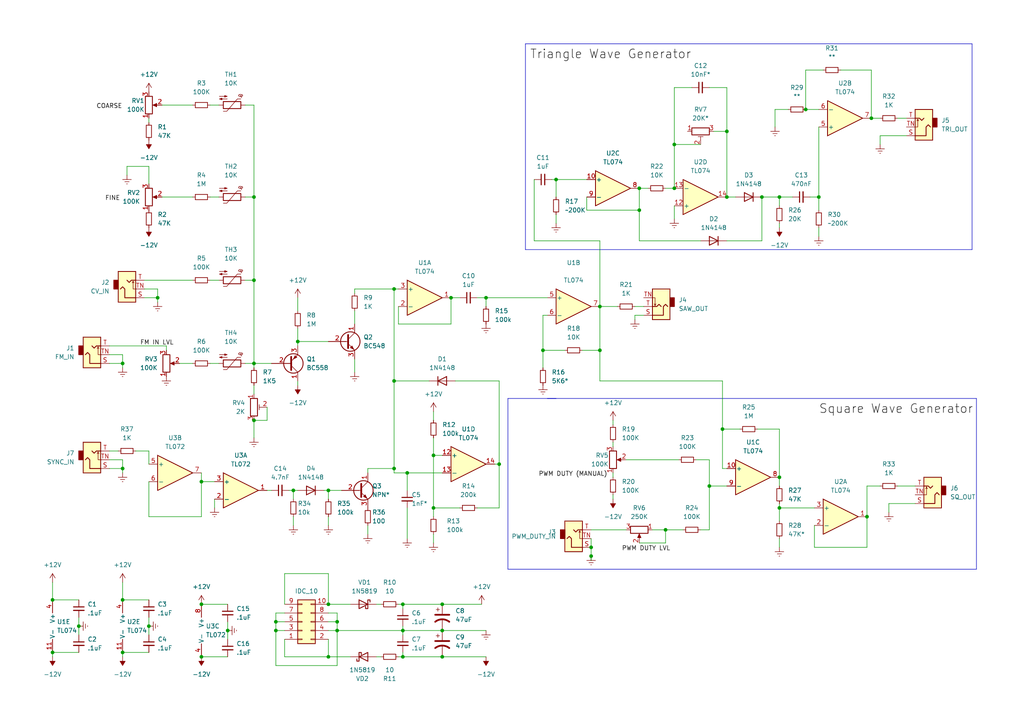
<source format=kicad_sch>
(kicad_sch (version 20230121) (generator eeschema)

  (uuid d890881c-526d-4dda-9f12-a86a28e63d51)

  (paper "A4")

  (title_block
    (title "Fireball VCO")
    (date "8/21/2023")
    (rev "2.0 alpha")
    (company "Synth Mages")
    (comment 1 "Credit to: Moritz Klein (original core and Triangle); Luther's VCO (TL074 core)")
    (comment 3 "3")
    (comment 4 "4")
  )

  

  (junction (at 116.84 190.5) (diameter 0) (color 0 0 0 0)
    (uuid 075a1865-481e-4ce0-a076-531586e1bbbf)
  )
  (junction (at 171.45 161.29) (diameter 0) (color 0 0 0 0)
    (uuid 0b8cfa97-2c8a-44e2-8dcb-c756934996ce)
  )
  (junction (at 210.82 38.1) (diameter 0) (color 0 0 0 0)
    (uuid 0d092406-8699-44aa-8e6f-53283c22679c)
  )
  (junction (at 97.79 182.88) (diameter 0) (color 0 0 0 0)
    (uuid 172b0a46-2ad3-43b9-bf90-5ff436544738)
  )
  (junction (at 252.73 34.29) (diameter 0) (color 0 0 0 0)
    (uuid 1acbe312-ea73-46de-95a0-46ee903ad6d7)
  )
  (junction (at 125.73 132.08) (diameter 0) (color 0 0 0 0)
    (uuid 206d4927-bae3-4738-951c-6a8cbc5d241c)
  )
  (junction (at 157.48 101.6) (diameter 0) (color 0 0 0 0)
    (uuid 20c6b5dc-5e97-463f-bb0b-8a6ebd6dfed3)
  )
  (junction (at 35.56 173.99) (diameter 0) (color 0 0 0 0)
    (uuid 2773ed9a-de76-49b5-9670-09e838ff13ec)
  )
  (junction (at 35.56 105.41) (diameter 0) (color 0 0 0 0)
    (uuid 28c2c3fd-e329-448b-b776-668bbff61ece)
  )
  (junction (at 226.06 57.15) (diameter 0) (color 0 0 0 0)
    (uuid 29c53297-fb9e-427b-a62a-3165e3ce3fa9)
  )
  (junction (at 171.45 158.75) (diameter 0) (color 0 0 0 0)
    (uuid 2b1ce009-4d4e-46d0-8d3b-5058e962702d)
  )
  (junction (at 43.18 181.61) (diameter 0) (color 0 0 0 0)
    (uuid 2bd35e70-97b8-430f-9ce6-02281ffc553f)
  )
  (junction (at 173.99 88.9) (diameter 0) (color 0 0 0 0)
    (uuid 2bf51d65-94c1-48ca-8989-506ae6f37763)
  )
  (junction (at 114.3 83.82) (diameter 0) (color 0 0 0 0)
    (uuid 2cbf939d-fb93-49cd-ae52-e3ecd46bea7c)
  )
  (junction (at 161.29 52.07) (diameter 0) (color 0 0 0 0)
    (uuid 32eb5fdc-f6f6-41f7-a4c5-13b36f7e494d)
  )
  (junction (at 15.24 189.23) (diameter 0) (color 0 0 0 0)
    (uuid 350c7eae-f694-4ca5-8e1d-763491c63eaa)
  )
  (junction (at 144.78 134.62) (diameter 0) (color 0 0 0 0)
    (uuid 3a3dd555-0399-4ad6-9e2b-28fab74ee735)
  )
  (junction (at 95.25 190.5) (diameter 0) (color 0 0 0 0)
    (uuid 3cdfd602-b425-4f80-a48a-cfb0b28aa601)
  )
  (junction (at 128.27 175.26) (diameter 0) (color 0 0 0 0)
    (uuid 40e8b243-31d0-4851-97e3-924a4ad21580)
  )
  (junction (at 209.55 124.46) (diameter 0) (color 0 0 0 0)
    (uuid 47f5b7fc-8246-4165-b966-6735a0e7c3b2)
  )
  (junction (at 237.49 57.15) (diameter 0) (color 0 0 0 0)
    (uuid 48fa5610-5736-45e8-ae3c-448d570256e4)
  )
  (junction (at 140.97 86.36) (diameter 0) (color 0 0 0 0)
    (uuid 5050665b-6f38-438f-b7de-4f2f0b3fea4c)
  )
  (junction (at 210.82 57.15) (diameter 0) (color 0 0 0 0)
    (uuid 51008200-6370-4583-8d62-aa48d90599c6)
  )
  (junction (at 85.09 142.24) (diameter 0) (color 0 0 0 0)
    (uuid 556f3a09-f32f-4c21-bcdd-8738847a8360)
  )
  (junction (at 73.66 81.28) (diameter 0) (color 0 0 0 0)
    (uuid 55fdeb7b-b932-4e9a-a1bb-47c4bec8052a)
  )
  (junction (at 35.56 135.89) (diameter 0) (color 0 0 0 0)
    (uuid 56d09a4b-e16e-4d28-8b5a-a24c6712b7ee)
  )
  (junction (at 251.46 149.86) (diameter 0) (color 0 0 0 0)
    (uuid 5b0a1f38-45f5-4e0f-8cfe-1e71c8bdbe53)
  )
  (junction (at 195.58 41.91) (diameter 0) (color 0 0 0 0)
    (uuid 5dad56f2-45d3-4e52-b994-916ff2c8a8dd)
  )
  (junction (at 118.11 137.16) (diameter 0) (color 0 0 0 0)
    (uuid 6ae427bb-5b37-4486-b0d3-7560d4eea40f)
  )
  (junction (at 97.79 180.34) (diameter 0) (color 0 0 0 0)
    (uuid 6ce4eac4-fd32-4492-841f-4f81a8f19f3a)
  )
  (junction (at 95.25 142.24) (diameter 0) (color 0 0 0 0)
    (uuid 6e03066d-cf34-4f0a-bf67-afc1a553dbd5)
  )
  (junction (at 193.04 153.67) (diameter 0) (color 0 0 0 0)
    (uuid 715fb730-5459-4eb3-8a61-f16174277289)
  )
  (junction (at 195.58 54.61) (diameter 0) (color 0 0 0 0)
    (uuid 75965b98-4b11-439b-a9ed-5d85b6e84756)
  )
  (junction (at 114.3 135.89) (diameter 0) (color 0 0 0 0)
    (uuid 7bc9d279-54f1-4490-b271-2373eec167c6)
  )
  (junction (at 80.01 180.34) (diameter 0) (color 0 0 0 0)
    (uuid 84f82164-c0b1-4d04-a1ea-5828c3d1efe0)
  )
  (junction (at 80.01 182.88) (diameter 0) (color 0 0 0 0)
    (uuid 8734b47e-1009-47c7-9022-fc73c5b9494c)
  )
  (junction (at 73.66 121.92) (diameter 0) (color 0 0 0 0)
    (uuid 888de751-d16f-46ba-a9ec-a67cbbb790d5)
  )
  (junction (at 58.42 190.5) (diameter 0) (color 0 0 0 0)
    (uuid 96d32497-6ef1-4c10-92d8-73553a5a68d9)
  )
  (junction (at 15.24 173.99) (diameter 0) (color 0 0 0 0)
    (uuid 983e50c9-d416-4582-99f4-668e2e8bf740)
  )
  (junction (at 130.81 86.36) (diameter 0) (color 0 0 0 0)
    (uuid 9d7d4f70-ed86-4097-80d3-ff4e8aa84449)
  )
  (junction (at 226.06 147.32) (diameter 0) (color 0 0 0 0)
    (uuid a84319d0-b8a1-47d0-a7f5-5038fc1074b4)
  )
  (junction (at 128.27 182.88) (diameter 0) (color 0 0 0 0)
    (uuid a86fef97-384d-4073-b0c4-fdc6d101ff07)
  )
  (junction (at 58.42 175.26) (diameter 0) (color 0 0 0 0)
    (uuid a95f9d30-a62c-4004-b20c-ef3c7bf05746)
  )
  (junction (at 116.84 175.26) (diameter 0) (color 0 0 0 0)
    (uuid ac5c1669-c550-4f77-86ab-885ba3b17d72)
  )
  (junction (at 95.25 175.26) (diameter 0) (color 0 0 0 0)
    (uuid b07235e1-feb3-4ff0-a8d6-a42b2841ec15)
  )
  (junction (at 226.06 138.43) (diameter 0) (color 0 0 0 0)
    (uuid b0b265b2-2403-4c05-adff-d3096aa31f04)
  )
  (junction (at 35.56 189.23) (diameter 0) (color 0 0 0 0)
    (uuid b2ee4998-d217-48c5-bcab-3c3ec17359f4)
  )
  (junction (at 173.99 101.6) (diameter 0) (color 0 0 0 0)
    (uuid b438d47e-4ecd-4320-b1b1-577c36fde352)
  )
  (junction (at 66.04 182.88) (diameter 0) (color 0 0 0 0)
    (uuid c0c94de9-b363-4573-a4b0-e707e9818bfb)
  )
  (junction (at 86.36 99.06) (diameter 0) (color 0 0 0 0)
    (uuid ca0cb80a-16c0-415a-bc06-74ee569224bb)
  )
  (junction (at 73.66 57.15) (diameter 0) (color 0 0 0 0)
    (uuid ca3bf30a-f008-470b-8ed6-50e02b5d6493)
  )
  (junction (at 205.74 140.97) (diameter 0) (color 0 0 0 0)
    (uuid ccccb99c-a6e1-4fb9-814d-46da7ba6a319)
  )
  (junction (at 233.68 31.75) (diameter 0) (color 0 0 0 0)
    (uuid cf9c90b9-8b4c-4b16-bdbb-ca23ed4b46d5)
  )
  (junction (at 114.3 110.49) (diameter 0) (color 0 0 0 0)
    (uuid d307af8a-5e3c-43b5-bc7a-ccf786fbd248)
  )
  (junction (at 128.27 190.5) (diameter 0) (color 0 0 0 0)
    (uuid d415c345-b77d-46b3-91cf-ee7c3bc3ed8c)
  )
  (junction (at 125.73 147.32) (diameter 0) (color 0 0 0 0)
    (uuid d648a591-ab8b-4854-8164-e9c66da237bc)
  )
  (junction (at 220.98 57.15) (diameter 0) (color 0 0 0 0)
    (uuid d85b1e8b-d28c-4475-be61-87ae5d0c1f67)
  )
  (junction (at 73.66 105.41) (diameter 0) (color 0 0 0 0)
    (uuid eb0b78f8-dfa9-4f4f-abf7-fa2f4e80babd)
  )
  (junction (at 58.42 139.7) (diameter 0) (color 0 0 0 0)
    (uuid efacadf5-fa5a-460d-9635-123d1cf8fb6e)
  )
  (junction (at 45.72 86.36) (diameter 0) (color 0 0 0 0)
    (uuid f2892d9d-74cc-4074-8f2d-6083e35b19e0)
  )
  (junction (at 185.42 54.61) (diameter 0) (color 0 0 0 0)
    (uuid f5afcd4b-4f35-4e06-893f-305be9e61bd0)
  )
  (junction (at 22.86 181.61) (diameter 0) (color 0 0 0 0)
    (uuid f89803fe-3120-42e0-bc8c-70407f642c38)
  )
  (junction (at 116.84 182.88) (diameter 0) (color 0 0 0 0)
    (uuid fc4f40a1-90a5-407f-a4b3-48be9ee7dad3)
  )
  (junction (at 185.42 60.96) (diameter 0) (color 0 0 0 0)
    (uuid ff025fda-e915-488b-bd88-50e858aa4865)
  )

  (wire (pts (xy 226.06 158.75) (xy 226.06 156.21))
    (stroke (width 0) (type default))
    (uuid 002c1938-850f-498c-a7af-2a3b94ca92fd)
  )
  (wire (pts (xy 193.04 153.67) (xy 198.12 153.67))
    (stroke (width 0) (type default))
    (uuid 007dfa29-e7f8-4797-b436-c740caab9a00)
  )
  (wire (pts (xy 132.08 110.49) (xy 144.78 110.49))
    (stroke (width 0) (type default))
    (uuid 00ee7565-1764-4930-8054-70883141bd07)
  )
  (wire (pts (xy 71.12 81.28) (xy 73.66 81.28))
    (stroke (width 0) (type default))
    (uuid 011f81a1-0311-4ec7-9b6d-d7b2203caadb)
  )
  (wire (pts (xy 22.86 181.61) (xy 22.86 184.15))
    (stroke (width 0) (type default))
    (uuid 012bbe54-4624-4668-b7c4-4242663ebf45)
  )
  (wire (pts (xy 138.43 86.36) (xy 140.97 86.36))
    (stroke (width 0) (type default))
    (uuid 045dfa05-79fc-47c8-ba68-21dedc5b6157)
  )
  (wire (pts (xy 184.15 88.9) (xy 186.69 88.9))
    (stroke (width 0) (type default))
    (uuid 04fa77bd-96fd-4d51-be1a-ee442f124ff7)
  )
  (wire (pts (xy 193.04 157.48) (xy 193.04 153.67))
    (stroke (width 0) (type default))
    (uuid 07b738e4-d738-41bc-a562-786737d01e67)
  )
  (wire (pts (xy 200.66 25.4) (xy 195.58 25.4))
    (stroke (width 0) (type default))
    (uuid 08d97d60-b423-4d39-a2f5-2a41fbeb08ce)
  )
  (wire (pts (xy 95.25 180.34) (xy 97.79 180.34))
    (stroke (width 0) (type default))
    (uuid 08e22539-d037-44c9-974f-f0285476464e)
  )
  (wire (pts (xy 97.79 180.34) (xy 97.79 182.88))
    (stroke (width 0) (type default))
    (uuid 098937ed-90ac-4c2a-87e9-44c634026a96)
  )
  (wire (pts (xy 73.66 105.41) (xy 71.12 105.41))
    (stroke (width 0) (type default))
    (uuid 09f8d815-d6e5-44c4-ad0b-1a8b2bb97280)
  )
  (wire (pts (xy 58.42 190.5) (xy 66.04 190.5))
    (stroke (width 0) (type default))
    (uuid 0ad9557d-6375-44e2-b9fe-ee913105a54a)
  )
  (wire (pts (xy 251.46 149.86) (xy 251.46 158.75))
    (stroke (width 0) (type default))
    (uuid 0b1fad50-6cc0-4fc4-8e50-2b1e46cf9662)
  )
  (wire (pts (xy 73.66 121.92) (xy 73.66 127))
    (stroke (width 0) (type default))
    (uuid 0e54b145-8e00-4001-b4d6-79ebd173795a)
  )
  (wire (pts (xy 185.42 54.61) (xy 187.96 54.61))
    (stroke (width 0) (type default))
    (uuid 0e8c0ae5-3426-4966-952e-e1aacd83c2ce)
  )
  (wire (pts (xy 31.75 102.87) (xy 35.56 102.87))
    (stroke (width 0) (type default))
    (uuid 0fc04f8d-8ca8-48a9-963c-203085787e96)
  )
  (wire (pts (xy 128.27 190.5) (xy 140.97 190.5))
    (stroke (width 0) (type default))
    (uuid 1041a423-2100-494e-8ae7-9ce13df21b70)
  )
  (wire (pts (xy 116.84 182.88) (xy 116.84 184.15))
    (stroke (width 0) (type default))
    (uuid 12a8d320-8b4b-41e7-9b61-52ef907e7852)
  )
  (wire (pts (xy 237.49 57.15) (xy 234.95 57.15))
    (stroke (width 0) (type default))
    (uuid 133b11aa-6cbf-4421-8a14-776418a0f772)
  )
  (wire (pts (xy 236.22 158.75) (xy 251.46 158.75))
    (stroke (width 0) (type default))
    (uuid 134ee044-c9bb-4c33-b121-2f3154f2a9a5)
  )
  (wire (pts (xy 80.01 193.04) (xy 97.79 193.04))
    (stroke (width 0) (type default))
    (uuid 14bae766-cdf3-4115-9a1c-8e7793c5df7e)
  )
  (wire (pts (xy 210.82 38.1) (xy 207.01 38.1))
    (stroke (width 0) (type default))
    (uuid 14bed775-a08c-49c3-b999-ff12a5c11272)
  )
  (wire (pts (xy 86.36 99.06) (xy 86.36 100.33))
    (stroke (width 0) (type default))
    (uuid 14d600b4-1f04-45dd-a69b-600474737a00)
  )
  (wire (pts (xy 45.72 83.82) (xy 45.72 86.36))
    (stroke (width 0) (type default))
    (uuid 16700e14-9066-4739-8192-ea1202f25d46)
  )
  (wire (pts (xy 219.71 124.46) (xy 226.06 124.46))
    (stroke (width 0) (type default))
    (uuid 18acf7aa-e7eb-445c-bb3c-47242488be90)
  )
  (wire (pts (xy 226.06 57.15) (xy 229.87 57.15))
    (stroke (width 0) (type default))
    (uuid 1965008a-8e38-41cc-b8a1-e5fc8c2e4c40)
  )
  (wire (pts (xy 238.76 20.32) (xy 233.68 20.32))
    (stroke (width 0) (type default))
    (uuid 1a002cf0-afc6-4fc8-b446-6cdb88bb7ca5)
  )
  (wire (pts (xy 86.36 95.25) (xy 86.36 99.06))
    (stroke (width 0) (type default))
    (uuid 1b2baf6e-d4d8-4546-8491-6946321689f1)
  )
  (wire (pts (xy 114.3 110.49) (xy 114.3 135.89))
    (stroke (width 0) (type default))
    (uuid 1c9a3366-41d0-4d3e-a1d4-ebde0a05260b)
  )
  (wire (pts (xy 118.11 147.32) (xy 118.11 156.21))
    (stroke (width 0) (type default))
    (uuid 1d794bea-b78e-4905-b136-60feb12d30e8)
  )
  (wire (pts (xy 177.8 138.43) (xy 177.8 137.16))
    (stroke (width 0) (type default))
    (uuid 1e39993f-4bec-40e4-9430-53882ec7d876)
  )
  (wire (pts (xy 209.55 124.46) (xy 209.55 135.89))
    (stroke (width 0) (type default))
    (uuid 1ef14b51-9015-4ea9-a43a-f57ffaf101c7)
  )
  (wire (pts (xy 93.98 142.24) (xy 95.25 142.24))
    (stroke (width 0) (type default))
    (uuid 1fc60a75-47b3-443a-a1ec-116efd547bc4)
  )
  (wire (pts (xy 251.46 140.97) (xy 255.27 140.97))
    (stroke (width 0) (type default))
    (uuid 204f755f-4a48-4219-925e-73302b9c7969)
  )
  (wire (pts (xy 106.68 135.89) (xy 114.3 135.89))
    (stroke (width 0) (type default))
    (uuid 220c4862-a0c1-454d-a040-cc150af4e384)
  )
  (wire (pts (xy 233.68 20.32) (xy 233.68 31.75))
    (stroke (width 0) (type default))
    (uuid 259fbfb8-a159-4e67-a275-e2e46fcd7918)
  )
  (wire (pts (xy 210.82 57.15) (xy 210.82 38.1))
    (stroke (width 0) (type default))
    (uuid 25c6ad95-f0c8-49e9-81fc-fb7a701099ec)
  )
  (wire (pts (xy 73.66 30.48) (xy 73.66 57.15))
    (stroke (width 0) (type default))
    (uuid 25f59034-7f3d-40c8-b683-f1aa36f7e057)
  )
  (wire (pts (xy 82.55 180.34) (xy 80.01 180.34))
    (stroke (width 0) (type default))
    (uuid 2701523c-e6b5-4540-aeeb-9201868c036f)
  )
  (wire (pts (xy 97.79 182.88) (xy 95.25 182.88))
    (stroke (width 0) (type default))
    (uuid 289f3380-e32f-4a3d-bbfb-63c5b7fd0408)
  )
  (wire (pts (xy 77.47 118.11) (xy 77.47 121.92))
    (stroke (width 0) (type default))
    (uuid 295f0add-eade-45af-975e-6bfabeece927)
  )
  (wire (pts (xy 205.74 25.4) (xy 210.82 25.4))
    (stroke (width 0) (type default))
    (uuid 2c084311-3748-4603-807b-158a5645d552)
  )
  (wire (pts (xy 116.84 175.26) (xy 128.27 175.26))
    (stroke (width 0) (type default))
    (uuid 2de0c9ac-e100-4fd5-95d2-9b1179091582)
  )
  (wire (pts (xy 226.06 147.32) (xy 236.22 147.32))
    (stroke (width 0) (type default))
    (uuid 2e108b1d-21b0-40f3-81d5-80e4a0d17bcf)
  )
  (wire (pts (xy 116.84 175.26) (xy 116.84 176.53))
    (stroke (width 0) (type default))
    (uuid 2e6dddd0-d5ef-43a5-be0d-2142b9682e15)
  )
  (wire (pts (xy 60.96 105.41) (xy 63.5 105.41))
    (stroke (width 0) (type default))
    (uuid 33a00978-c343-44a7-a6e5-b3497815d021)
  )
  (wire (pts (xy 115.57 93.98) (xy 130.81 93.98))
    (stroke (width 0) (type default))
    (uuid 34546126-e5aa-4369-ad55-08d5b068ccdd)
  )
  (wire (pts (xy 15.24 168.91) (xy 15.24 173.99))
    (stroke (width 0) (type default))
    (uuid 34f7e17e-8022-406b-97d3-dc5a2ef7cb3d)
  )
  (wire (pts (xy 255.27 39.37) (xy 262.89 39.37))
    (stroke (width 0) (type default))
    (uuid 353e5957-63ae-41fd-9383-d94336a67673)
  )
  (wire (pts (xy 66.04 182.88) (xy 66.04 185.42))
    (stroke (width 0) (type default))
    (uuid 363f76f1-2d4c-4900-8756-de05c138d3f9)
  )
  (polyline (pts (xy 147.32 165.1) (xy 147.32 115.57))
    (stroke (width 0) (type default))
    (uuid 3669ce97-5079-4570-8411-d18144ea2c72)
  )

  (wire (pts (xy 58.42 149.86) (xy 58.42 139.7))
    (stroke (width 0) (type default))
    (uuid 367e26b9-4c64-4450-bb43-387b4eeef2d1)
  )
  (wire (pts (xy 116.84 182.88) (xy 128.27 182.88))
    (stroke (width 0) (type default))
    (uuid 3708aabd-1df3-4175-b0ce-e7a71c9c3df0)
  )
  (wire (pts (xy 85.09 142.24) (xy 86.36 142.24))
    (stroke (width 0) (type default))
    (uuid 371a0c61-0cae-4ad5-a539-1630d9b2e841)
  )
  (wire (pts (xy 102.87 90.17) (xy 102.87 93.98))
    (stroke (width 0) (type default))
    (uuid 37345856-0e9f-4094-8d0e-9067acad28f7)
  )
  (wire (pts (xy 168.91 101.6) (xy 173.99 101.6))
    (stroke (width 0) (type default))
    (uuid 3834a0a2-9db5-4e4f-88d1-06e07e14426b)
  )
  (wire (pts (xy 35.56 102.87) (xy 35.56 105.41))
    (stroke (width 0) (type default))
    (uuid 39be6e31-2b99-464b-afa3-8dbe917fb467)
  )
  (wire (pts (xy 35.56 105.41) (xy 35.56 106.68))
    (stroke (width 0) (type default))
    (uuid 3a103a57-e2ab-48e3-8968-ae49db55c7b5)
  )
  (wire (pts (xy 173.99 88.9) (xy 179.07 88.9))
    (stroke (width 0) (type default))
    (uuid 3c3a8653-c2e6-46dc-b7e3-f1996049398b)
  )
  (wire (pts (xy 60.96 81.28) (xy 63.5 81.28))
    (stroke (width 0) (type default))
    (uuid 3c7bacda-9703-4bbc-876f-bdaa46017caa)
  )
  (wire (pts (xy 115.57 88.9) (xy 115.57 93.98))
    (stroke (width 0) (type default))
    (uuid 3c888aa6-a9b9-43b4-bf68-31840e6fbfcc)
  )
  (wire (pts (xy 157.48 101.6) (xy 163.83 101.6))
    (stroke (width 0) (type default))
    (uuid 3d113e8e-616f-408b-a33d-6fa11010d1f8)
  )
  (wire (pts (xy 143.51 134.62) (xy 144.78 134.62))
    (stroke (width 0) (type default))
    (uuid 3d4202c8-e44d-4416-8835-244ae1b4f51f)
  )
  (wire (pts (xy 31.75 135.89) (xy 35.56 135.89))
    (stroke (width 0) (type default))
    (uuid 40d2c445-8b82-437b-965a-da8ba7dc4686)
  )
  (wire (pts (xy 177.8 128.27) (xy 177.8 129.54))
    (stroke (width 0) (type default))
    (uuid 426702e6-6702-4c94-a12f-cfbb4627cabb)
  )
  (wire (pts (xy 36.83 50.8) (xy 36.83 48.26))
    (stroke (width 0) (type default))
    (uuid 43c96b80-e4d2-4ce6-a587-59bd42483150)
  )
  (wire (pts (xy 58.42 139.7) (xy 62.23 139.7))
    (stroke (width 0) (type default))
    (uuid 447cf90d-e302-402f-a40d-5ba7c65e210c)
  )
  (wire (pts (xy 83.82 142.24) (xy 85.09 142.24))
    (stroke (width 0) (type default))
    (uuid 455a40bf-616a-44c4-944a-59a8ef7f389a)
  )
  (wire (pts (xy 73.66 111.76) (xy 73.66 114.3))
    (stroke (width 0) (type default))
    (uuid 45723b2a-c59f-41bc-b33b-b65f964b79ed)
  )
  (wire (pts (xy 114.3 135.89) (xy 114.3 137.16))
    (stroke (width 0) (type default))
    (uuid 4576079e-7513-46f3-b30d-1ada7547d6fc)
  )
  (wire (pts (xy 193.04 54.61) (xy 195.58 54.61))
    (stroke (width 0) (type default))
    (uuid 4902f87b-cd92-4961-a019-6bd55f1ad533)
  )
  (wire (pts (xy 118.11 142.24) (xy 118.11 137.16))
    (stroke (width 0) (type default))
    (uuid 49f9ccd6-ca41-4d14-850b-43d5c6d39eca)
  )
  (wire (pts (xy 95.25 175.26) (xy 101.6 175.26))
    (stroke (width 0) (type default))
    (uuid 4b3079b5-3fd6-4f7d-91f0-c2f7c230b5ac)
  )
  (wire (pts (xy 118.11 137.16) (xy 128.27 137.16))
    (stroke (width 0) (type default))
    (uuid 4c77e7ac-2cd5-499c-b44d-232727691533)
  )
  (wire (pts (xy 36.83 48.26) (xy 43.18 48.26))
    (stroke (width 0) (type default))
    (uuid 4e9c0aad-d07e-49b8-adec-3be64a4bf032)
  )
  (wire (pts (xy 125.73 119.38) (xy 125.73 121.92))
    (stroke (width 0) (type default))
    (uuid 4e9d12ca-592c-4c0d-aa3c-ade1647da242)
  )
  (wire (pts (xy 144.78 134.62) (xy 144.78 147.32))
    (stroke (width 0) (type default))
    (uuid 5013c7b0-8c51-42cc-83e7-f71968aad6d8)
  )
  (wire (pts (xy 237.49 68.58) (xy 237.49 66.04))
    (stroke (width 0) (type default))
    (uuid 50a72d08-30fe-4ad4-b1e3-7584fe251d6e)
  )
  (wire (pts (xy 73.66 57.15) (xy 71.12 57.15))
    (stroke (width 0) (type default))
    (uuid 50dcb38f-1866-4212-86ea-87f436a5d1cb)
  )
  (polyline (pts (xy 283.21 165.1) (xy 147.32 165.1))
    (stroke (width 0) (type default))
    (uuid 51449ff3-ca6f-426f-98c4-b6646e7151de)
  )

  (wire (pts (xy 209.55 110.49) (xy 209.55 124.46))
    (stroke (width 0) (type default))
    (uuid 529857ef-e476-4092-9c4b-918ea58148f1)
  )
  (wire (pts (xy 116.84 181.61) (xy 116.84 182.88))
    (stroke (width 0) (type default))
    (uuid 546b73c3-66bd-4478-8dbf-47421172213d)
  )
  (wire (pts (xy 77.47 142.24) (xy 78.74 142.24))
    (stroke (width 0) (type default))
    (uuid 547f9bb3-0fb5-45ef-a30e-bff8d4e60f7c)
  )
  (wire (pts (xy 95.25 177.8) (xy 97.79 177.8))
    (stroke (width 0) (type default))
    (uuid 54b840c8-8a60-410e-a825-acf5831c5e9e)
  )
  (wire (pts (xy 171.45 153.67) (xy 181.61 153.67))
    (stroke (width 0) (type default))
    (uuid 567e0f82-ba96-4215-bf61-c8cb17bbdae2)
  )
  (wire (pts (xy 195.58 25.4) (xy 195.58 41.91))
    (stroke (width 0) (type default))
    (uuid 577bcebf-382e-4caa-9344-9973e7630894)
  )
  (wire (pts (xy 260.35 34.29) (xy 262.89 34.29))
    (stroke (width 0) (type default))
    (uuid 57869ebb-5332-4b60-8d7d-4a5c58d46e2a)
  )
  (wire (pts (xy 226.06 146.05) (xy 226.06 147.32))
    (stroke (width 0) (type default))
    (uuid 59871f82-a954-46af-80da-f5a5ef1d4d59)
  )
  (wire (pts (xy 220.98 69.85) (xy 220.98 57.15))
    (stroke (width 0) (type default))
    (uuid 59a7e7e7-b81d-4d68-a547-56f97220be4c)
  )
  (wire (pts (xy 116.84 190.5) (xy 116.84 189.23))
    (stroke (width 0) (type default))
    (uuid 59f448ea-2c03-44de-9c67-ed993ff79596)
  )
  (wire (pts (xy 86.36 111.76) (xy 86.36 110.49))
    (stroke (width 0) (type default))
    (uuid 5a8f0a11-4734-4680-a5c5-1b31df74096b)
  )
  (wire (pts (xy 161.29 64.77) (xy 161.29 62.23))
    (stroke (width 0) (type default))
    (uuid 5acaecee-5ec2-4db8-9a52-e48cb7cfd786)
  )
  (wire (pts (xy 185.42 69.85) (xy 185.42 60.96))
    (stroke (width 0) (type default))
    (uuid 5c2af044-42c1-4be9-8d2d-cd440eb6729a)
  )
  (wire (pts (xy 185.42 54.61) (xy 185.42 60.96))
    (stroke (width 0) (type default))
    (uuid 5ccb24f1-2171-43dc-9c5b-47bab90a9791)
  )
  (wire (pts (xy 31.75 100.33) (xy 48.26 100.33))
    (stroke (width 0) (type default))
    (uuid 5f88b998-4022-457d-b69a-809840943cc5)
  )
  (wire (pts (xy 109.22 175.26) (xy 110.49 175.26))
    (stroke (width 0) (type default))
    (uuid 6075f7b3-42c3-4353-b49b-e17d549e8a5b)
  )
  (wire (pts (xy 97.79 177.8) (xy 97.79 180.34))
    (stroke (width 0) (type default))
    (uuid 608bdaed-51dc-4114-ad03-17fa0417725e)
  )
  (wire (pts (xy 43.18 139.7) (xy 43.18 149.86))
    (stroke (width 0) (type default))
    (uuid 6162fc7c-adf9-48d6-985b-b95b7ab20bb0)
  )
  (wire (pts (xy 195.58 59.69) (xy 195.58 63.5))
    (stroke (width 0) (type default))
    (uuid 61d4904e-ca20-4aa2-bc83-914bfb64d3ec)
  )
  (wire (pts (xy 226.06 140.97) (xy 226.06 138.43))
    (stroke (width 0) (type default))
    (uuid 61da3553-8431-487c-ad44-4a746e5e5797)
  )
  (wire (pts (xy 226.06 147.32) (xy 226.06 151.13))
    (stroke (width 0) (type default))
    (uuid 63ac9ea8-e94a-41a1-8540-58b0e8f1fb31)
  )
  (wire (pts (xy 115.57 175.26) (xy 116.84 175.26))
    (stroke (width 0) (type default))
    (uuid 65aed1ea-2704-487f-8c0d-589e6382acfa)
  )
  (wire (pts (xy 73.66 105.41) (xy 78.74 105.41))
    (stroke (width 0) (type default))
    (uuid 65d31c49-1a73-451a-b7b4-255fdf0f42e8)
  )
  (wire (pts (xy 157.48 91.44) (xy 157.48 101.6))
    (stroke (width 0) (type default))
    (uuid 673136ad-373e-4aa0-b454-16afa090fc95)
  )
  (wire (pts (xy 43.18 181.61) (xy 43.18 184.15))
    (stroke (width 0) (type default))
    (uuid 6aa07b55-b052-43f5-8c27-5866263b9828)
  )
  (wire (pts (xy 128.27 182.88) (xy 140.97 182.88))
    (stroke (width 0) (type default))
    (uuid 6aa7911e-f18a-4bcb-9a68-f0821c6ef595)
  )
  (wire (pts (xy 173.99 101.6) (xy 173.99 110.49))
    (stroke (width 0) (type default))
    (uuid 6fc4ce66-264a-4b39-8826-9f6dd5eedd6a)
  )
  (wire (pts (xy 95.25 142.24) (xy 99.06 142.24))
    (stroke (width 0) (type default))
    (uuid 70b4b370-4e40-47bf-bf45-f1defc4e4350)
  )
  (wire (pts (xy 170.18 57.15) (xy 170.18 60.96))
    (stroke (width 0) (type default))
    (uuid 7232c599-b068-4867-98ec-6cc6b6eaeb47)
  )
  (wire (pts (xy 41.91 83.82) (xy 45.72 83.82))
    (stroke (width 0) (type default))
    (uuid 73af482d-61ce-405e-acb3-c5c3e365dc63)
  )
  (wire (pts (xy 203.2 153.67) (xy 205.74 153.67))
    (stroke (width 0) (type default))
    (uuid 74c82889-424e-4b68-91f6-bf39bcf30e7b)
  )
  (wire (pts (xy 35.56 135.89) (xy 35.56 137.16))
    (stroke (width 0) (type default))
    (uuid 75b1bcf3-ead7-4c35-a3dd-5c904919d526)
  )
  (wire (pts (xy 46.99 30.48) (xy 55.88 30.48))
    (stroke (width 0) (type default))
    (uuid 7635b094-2c39-43ad-9664-a4d37a31e5f2)
  )
  (wire (pts (xy 173.99 69.85) (xy 173.99 88.9))
    (stroke (width 0) (type default))
    (uuid 7640029e-dd9c-4f34-b026-0b1f6403398c)
  )
  (wire (pts (xy 210.82 57.15) (xy 213.36 57.15))
    (stroke (width 0) (type default))
    (uuid 779af502-b322-4809-834d-3cde55ba8b63)
  )
  (wire (pts (xy 144.78 110.49) (xy 144.78 134.62))
    (stroke (width 0) (type default))
    (uuid 78bd3d5e-aeee-4967-a3b5-8bb8028fc03b)
  )
  (wire (pts (xy 237.49 36.83) (xy 237.49 57.15))
    (stroke (width 0) (type default))
    (uuid 7f293836-7284-4165-9a5e-6c0f11e5036c)
  )
  (wire (pts (xy 203.2 69.85) (xy 185.42 69.85))
    (stroke (width 0) (type default))
    (uuid 7f7a8709-02e3-4a4c-b018-ad881cdfaaf9)
  )
  (wire (pts (xy 226.06 124.46) (xy 226.06 138.43))
    (stroke (width 0) (type default))
    (uuid 7f9c39cf-8658-46e8-95ff-e118c04dd6b3)
  )
  (wire (pts (xy 116.84 190.5) (xy 128.27 190.5))
    (stroke (width 0) (type default))
    (uuid 80a79dd5-9761-4f24-9f5d-3944299855c7)
  )
  (wire (pts (xy 95.25 149.86) (xy 95.25 152.4))
    (stroke (width 0) (type default))
    (uuid 81834102-3973-4d43-9646-9385c8ff4feb)
  )
  (wire (pts (xy 201.93 133.35) (xy 205.74 133.35))
    (stroke (width 0) (type default))
    (uuid 83350356-f972-42ca-9e1c-0e7cff7c878d)
  )
  (wire (pts (xy 73.66 57.15) (xy 73.66 81.28))
    (stroke (width 0) (type default))
    (uuid 83bd4d95-2b1e-4c4d-8da2-3cd32c7123ee)
  )
  (wire (pts (xy 138.43 147.32) (xy 144.78 147.32))
    (stroke (width 0) (type default))
    (uuid 83c83e37-be75-4d3f-8cce-59aa5d6e4a1d)
  )
  (wire (pts (xy 62.23 144.78) (xy 62.23 147.32))
    (stroke (width 0) (type default))
    (uuid 83dcd1ce-fbd0-44af-94f9-9b94a4f20215)
  )
  (wire (pts (xy 224.79 31.75) (xy 224.79 36.83))
    (stroke (width 0) (type default))
    (uuid 856ff727-57d3-4aff-b724-5a7e7a4992f2)
  )
  (wire (pts (xy 31.75 105.41) (xy 35.56 105.41))
    (stroke (width 0) (type default))
    (uuid 868890b2-35c8-4de5-bc71-870b05ff69ca)
  )
  (wire (pts (xy 252.73 20.32) (xy 243.84 20.32))
    (stroke (width 0) (type default))
    (uuid 89288a3d-99b2-41c3-bdd9-2025d7d7985c)
  )
  (wire (pts (xy 205.74 133.35) (xy 205.74 140.97))
    (stroke (width 0) (type default))
    (uuid 8930be09-3955-4980-9f12-321d514a97a0)
  )
  (wire (pts (xy 171.45 156.21) (xy 171.45 158.75))
    (stroke (width 0) (type default))
    (uuid 89db41f1-a356-42b0-a473-5ab47ed559f2)
  )
  (polyline (pts (xy 158.75 115.57) (xy 283.21 115.57))
    (stroke (width 0) (type default))
    (uuid 8b87e1ec-6c91-4e32-8ad2-fa2ed79b33e0)
  )

  (wire (pts (xy 35.56 189.23) (xy 35.56 190.5))
    (stroke (width 0) (type default))
    (uuid 8bed05d0-5ab5-4783-89c5-166c138e95fc)
  )
  (wire (pts (xy 48.26 100.33) (xy 48.26 101.6))
    (stroke (width 0) (type default))
    (uuid 8cdf6a76-ff89-4e5b-bdf5-3e8fb2c46f9d)
  )
  (wire (pts (xy 173.99 110.49) (xy 209.55 110.49))
    (stroke (width 0) (type default))
    (uuid 8e0c840a-378d-4b3a-a98a-ad981e7483ca)
  )
  (wire (pts (xy 73.66 30.48) (xy 71.12 30.48))
    (stroke (width 0) (type default))
    (uuid 8e643bdd-0fa5-49b8-bc39-a28fd3bcdec1)
  )
  (wire (pts (xy 209.55 135.89) (xy 210.82 135.89))
    (stroke (width 0) (type default))
    (uuid 8effd010-5427-44f6-a3bd-42a21fd66407)
  )
  (wire (pts (xy 35.56 133.35) (xy 35.56 135.89))
    (stroke (width 0) (type default))
    (uuid 8f7b07f3-a84b-4847-84c5-85ae6ee7f154)
  )
  (wire (pts (xy 177.8 144.78) (xy 177.8 143.51))
    (stroke (width 0) (type default))
    (uuid 930dc647-cfc0-489d-be9c-ed9bba08f24c)
  )
  (wire (pts (xy 257.81 148.59) (xy 257.81 146.05))
    (stroke (width 0) (type default))
    (uuid 93914fe1-8cee-4a39-9794-69ccdbef1150)
  )
  (wire (pts (xy 114.3 137.16) (xy 118.11 137.16))
    (stroke (width 0) (type default))
    (uuid 942d2b34-b105-443f-88ac-b15176aebfde)
  )
  (wire (pts (xy 226.06 66.04) (xy 226.06 64.77))
    (stroke (width 0) (type default))
    (uuid 947aa754-66eb-41b1-83b1-8078a9a77853)
  )
  (wire (pts (xy 45.72 86.36) (xy 45.72 87.63))
    (stroke (width 0) (type default))
    (uuid 95e0db78-5a49-4cfb-b3b7-0eae587a94a7)
  )
  (wire (pts (xy 58.42 137.16) (xy 58.42 139.7))
    (stroke (width 0) (type default))
    (uuid 9689b393-f224-4c11-9fde-b57a1bea34e6)
  )
  (wire (pts (xy 82.55 185.42) (xy 82.55 190.5))
    (stroke (width 0) (type default))
    (uuid 99d3832e-bfc0-4be8-b45f-3a46eb22891e)
  )
  (wire (pts (xy 73.66 105.41) (xy 73.66 106.68))
    (stroke (width 0) (type default))
    (uuid 99d3f8c0-7078-4064-8601-2d29fb9ca632)
  )
  (wire (pts (xy 82.55 190.5) (xy 95.25 190.5))
    (stroke (width 0) (type default))
    (uuid 9b4f04b4-bccf-4a4d-97ea-7ee47e5e4e7b)
  )
  (wire (pts (xy 171.45 161.29) (xy 171.45 162.56))
    (stroke (width 0) (type default))
    (uuid 9b93bffb-96f0-49bd-a363-731af5e292f1)
  )
  (polyline (pts (xy 152.4 72.39) (xy 281.94 72.39))
    (stroke (width 0) (type default))
    (uuid 9c5656ce-2806-4720-adc3-21804b246bbf)
  )

  (wire (pts (xy 157.48 101.6) (xy 157.48 106.68))
    (stroke (width 0) (type default))
    (uuid 9dfd9e0c-0d78-42f6-b2d6-4614ff8fb137)
  )
  (wire (pts (xy 184.15 92.71) (xy 184.15 91.44))
    (stroke (width 0) (type default))
    (uuid 9ec28832-b961-42c0-96bc-c86f1d2420fd)
  )
  (wire (pts (xy 195.58 41.91) (xy 195.58 54.61))
    (stroke (width 0) (type default))
    (uuid 9fc905e5-be4e-4dba-9205-286886cf936c)
  )
  (wire (pts (xy 257.81 146.05) (xy 265.43 146.05))
    (stroke (width 0) (type default))
    (uuid a08a956e-07c4-488d-a98b-1c1e98f89b64)
  )
  (wire (pts (xy 160.02 52.07) (xy 161.29 52.07))
    (stroke (width 0) (type default))
    (uuid a0acc936-4421-46ca-91c4-c75c80c6be5c)
  )
  (wire (pts (xy 85.09 149.86) (xy 85.09 152.4))
    (stroke (width 0) (type default))
    (uuid a0db10ca-54a2-482a-b837-97a8a560f37f)
  )
  (wire (pts (xy 95.25 166.37) (xy 95.25 175.26))
    (stroke (width 0) (type default))
    (uuid a21f19f1-dba8-4480-819e-daf8bfa11687)
  )
  (wire (pts (xy 97.79 193.04) (xy 97.79 182.88))
    (stroke (width 0) (type default))
    (uuid a31a1adc-a3bd-4964-bd9b-b9bd10009368)
  )
  (wire (pts (xy 125.73 147.32) (xy 133.35 147.32))
    (stroke (width 0) (type default))
    (uuid a5cc7907-8d7e-4af6-8741-cc0f14921c0e)
  )
  (wire (pts (xy 66.04 180.34) (xy 66.04 182.88))
    (stroke (width 0) (type default))
    (uuid a63d61c8-2977-4b61-9996-1acc2974b0e9)
  )
  (wire (pts (xy 114.3 83.82) (xy 115.57 83.82))
    (stroke (width 0) (type default))
    (uuid a78d5f79-ea61-4266-9e8d-fd63e072ca59)
  )
  (wire (pts (xy 154.94 52.07) (xy 154.94 69.85))
    (stroke (width 0) (type default))
    (uuid a7bf4714-0114-456b-b78a-67c1e6dd9802)
  )
  (wire (pts (xy 52.07 105.41) (xy 55.88 105.41))
    (stroke (width 0) (type default))
    (uuid a83485cc-7ab4-45e8-97c5-47ddd21c8c8c)
  )
  (wire (pts (xy 114.3 110.49) (xy 114.3 83.82))
    (stroke (width 0) (type default))
    (uuid a869fe58-f687-493d-be70-445118a47be9)
  )
  (wire (pts (xy 251.46 140.97) (xy 251.46 149.86))
    (stroke (width 0) (type default))
    (uuid a967c382-f359-459d-8372-4d92eb42b58b)
  )
  (polyline (pts (xy 281.94 72.39) (xy 281.94 12.7))
    (stroke (width 0) (type default))
    (uuid a9836a8b-5a1f-40b8-9f4c-412f45dfdcaa)
  )

  (wire (pts (xy 184.15 91.44) (xy 186.69 91.44))
    (stroke (width 0) (type default))
    (uuid ab5f86a2-7e2a-4ffe-b40a-20795775506c)
  )
  (wire (pts (xy 43.18 179.07) (xy 43.18 181.61))
    (stroke (width 0) (type default))
    (uuid ac145d24-8080-4e7e-aa70-b3e56fcdd91f)
  )
  (wire (pts (xy 124.46 110.49) (xy 114.3 110.49))
    (stroke (width 0) (type default))
    (uuid ad62248c-406e-440c-b5d6-0016a1b9076d)
  )
  (wire (pts (xy 15.24 173.99) (xy 22.86 173.99))
    (stroke (width 0) (type default))
    (uuid ae2b5875-1677-4f6a-87d4-1b67672fca30)
  )
  (wire (pts (xy 43.18 34.29) (xy 43.18 35.56))
    (stroke (width 0) (type default))
    (uuid af17bf42-df96-4c67-96bd-e219dbdfae8f)
  )
  (wire (pts (xy 228.6 31.75) (xy 224.79 31.75))
    (stroke (width 0) (type default))
    (uuid afe4e8c1-60b3-4968-b551-93cd0d1aa719)
  )
  (wire (pts (xy 205.74 140.97) (xy 205.74 153.67))
    (stroke (width 0) (type default))
    (uuid b0040ed6-eb20-4694-966c-db191a071756)
  )
  (polyline (pts (xy 283.21 115.57) (xy 283.21 165.1))
    (stroke (width 0) (type default))
    (uuid b0a5eb1f-ea9d-4007-9365-396c515ccf4c)
  )

  (wire (pts (xy 82.55 175.26) (xy 82.55 166.37))
    (stroke (width 0) (type default))
    (uuid b10f46eb-6232-4db8-8771-756ed85dd9d2)
  )
  (wire (pts (xy 31.75 133.35) (xy 35.56 133.35))
    (stroke (width 0) (type default))
    (uuid b1cb0ca4-8b25-49d7-8083-0cae18a61033)
  )
  (wire (pts (xy 115.57 190.5) (xy 116.84 190.5))
    (stroke (width 0) (type default))
    (uuid b1ed980c-0c6e-4927-b46d-11412478ad19)
  )
  (wire (pts (xy 41.91 81.28) (xy 55.88 81.28))
    (stroke (width 0) (type default))
    (uuid b21aa8dc-5681-4a20-aefb-dc676f666ac1)
  )
  (wire (pts (xy 41.91 86.36) (xy 45.72 86.36))
    (stroke (width 0) (type default))
    (uuid b2a4a507-887b-4816-8414-e2ee7926f9eb)
  )
  (wire (pts (xy 106.68 152.4) (xy 106.68 154.94))
    (stroke (width 0) (type default))
    (uuid b41bae91-b397-4256-a08c-8b7fff39f076)
  )
  (wire (pts (xy 210.82 69.85) (xy 220.98 69.85))
    (stroke (width 0) (type default))
    (uuid b4282345-4cbd-46bd-b037-5f7db06007e9)
  )
  (wire (pts (xy 210.82 25.4) (xy 210.82 38.1))
    (stroke (width 0) (type default))
    (uuid b4aa5d5b-63ec-4fa1-8929-33da75669e6e)
  )
  (wire (pts (xy 154.94 69.85) (xy 173.99 69.85))
    (stroke (width 0) (type default))
    (uuid b59550cf-b4b0-4a91-bc92-8f158b01c8d1)
  )
  (wire (pts (xy 35.56 173.99) (xy 43.18 173.99))
    (stroke (width 0) (type default))
    (uuid b5e214d6-e94c-49ff-99a8-389e58ca1513)
  )
  (wire (pts (xy 177.8 121.92) (xy 177.8 123.19))
    (stroke (width 0) (type default))
    (uuid b92284cc-17a1-44d3-8d05-690d978bd913)
  )
  (wire (pts (xy 226.06 59.69) (xy 226.06 57.15))
    (stroke (width 0) (type default))
    (uuid b92a598b-244b-4c3d-a94b-f283ab9b0361)
  )
  (wire (pts (xy 22.86 179.07) (xy 22.86 181.61))
    (stroke (width 0) (type default))
    (uuid b9a54ad3-db51-4803-a66a-337d01a5df93)
  )
  (wire (pts (xy 58.42 175.26) (xy 66.04 175.26))
    (stroke (width 0) (type default))
    (uuid b9cdda5f-d64c-4c08-872b-c9bd0fbeb058)
  )
  (wire (pts (xy 189.23 153.67) (xy 193.04 153.67))
    (stroke (width 0) (type default))
    (uuid bb12b138-e03f-42b2-8dc4-2f56e3725e0a)
  )
  (wire (pts (xy 125.73 149.86) (xy 125.73 147.32))
    (stroke (width 0) (type default))
    (uuid bc20b5b6-b7ee-4be5-aefc-9b1d79654fd7)
  )
  (wire (pts (xy 171.45 158.75) (xy 171.45 161.29))
    (stroke (width 0) (type default))
    (uuid bca9037a-43ce-48fe-a914-a51c674e1555)
  )
  (wire (pts (xy 46.99 57.15) (xy 55.88 57.15))
    (stroke (width 0) (type default))
    (uuid bcbdb842-1869-491d-a954-d6eb889c4d7e)
  )
  (wire (pts (xy 173.99 88.9) (xy 173.99 101.6))
    (stroke (width 0) (type default))
    (uuid be025106-726f-416b-9e9d-d5580b216588)
  )
  (wire (pts (xy 128.27 175.26) (xy 139.7 175.26))
    (stroke (width 0) (type default))
    (uuid be54e926-36db-4fc1-8ddc-e6a2d29a6231)
  )
  (polyline (pts (xy 281.94 12.7) (xy 152.4 12.7))
    (stroke (width 0) (type default))
    (uuid c0921da7-e42e-416e-a5a8-f91aa06c064a)
  )
  (polyline (pts (xy 152.4 12.7) (xy 152.4 72.39))
    (stroke (width 0) (type default))
    (uuid c3910904-1027-48fc-bc17-79f575acfa4d)
  )

  (wire (pts (xy 95.25 185.42) (xy 95.25 190.5))
    (stroke (width 0) (type default))
    (uuid c3bbd709-fd2e-444a-a677-44a5783921fc)
  )
  (wire (pts (xy 102.87 107.95) (xy 102.87 104.14))
    (stroke (width 0) (type default))
    (uuid c5afa27e-c7ec-4964-b60f-ef595f8e7cdf)
  )
  (wire (pts (xy 35.56 168.91) (xy 35.56 173.99))
    (stroke (width 0) (type default))
    (uuid c5c9ad98-79c7-4d83-a0d3-aeaa0e491a01)
  )
  (wire (pts (xy 125.73 132.08) (xy 125.73 147.32))
    (stroke (width 0) (type default))
    (uuid c6122377-fd10-40e3-b086-85ffa238d497)
  )
  (wire (pts (xy 43.18 149.86) (xy 58.42 149.86))
    (stroke (width 0) (type default))
    (uuid c6aba858-31b4-4d4b-ad92-fcd6e2899955)
  )
  (wire (pts (xy 82.55 182.88) (xy 80.01 182.88))
    (stroke (width 0) (type default))
    (uuid c782fde7-a3c5-454c-9c8f-138d9c254433)
  )
  (wire (pts (xy 255.27 41.91) (xy 255.27 39.37))
    (stroke (width 0) (type default))
    (uuid c8b453fd-4a92-4bed-94a7-4380d07d8834)
  )
  (wire (pts (xy 97.79 182.88) (xy 116.84 182.88))
    (stroke (width 0) (type default))
    (uuid c91990e8-df72-42c4-8db5-c591f21e3332)
  )
  (wire (pts (xy 158.75 91.44) (xy 157.48 91.44))
    (stroke (width 0) (type default))
    (uuid c935c678-a077-4bae-995d-c958211b4249)
  )
  (wire (pts (xy 161.29 52.07) (xy 161.29 57.15))
    (stroke (width 0) (type default))
    (uuid caa44abb-828f-4cd6-a885-9f29929cb572)
  )
  (wire (pts (xy 60.96 57.15) (xy 63.5 57.15))
    (stroke (width 0) (type default))
    (uuid cab79a82-1a75-41ca-b784-c19bf761b130)
  )
  (wire (pts (xy 86.36 86.36) (xy 86.36 90.17))
    (stroke (width 0) (type default))
    (uuid cbbac9fe-b919-498f-8d36-60229113a318)
  )
  (wire (pts (xy 102.87 83.82) (xy 102.87 85.09))
    (stroke (width 0) (type default))
    (uuid cd6f1868-b68f-470e-be9c-fde2aa04e518)
  )
  (wire (pts (xy 140.97 86.36) (xy 158.75 86.36))
    (stroke (width 0) (type default))
    (uuid cf578875-ee1d-4247-9b29-60e20c9d4e2a)
  )
  (wire (pts (xy 109.22 190.5) (xy 110.49 190.5))
    (stroke (width 0) (type default))
    (uuid cfe9d014-b4e8-4e10-a9cd-1df9beeeeb56)
  )
  (wire (pts (xy 236.22 152.4) (xy 236.22 158.75))
    (stroke (width 0) (type default))
    (uuid d0ac0f16-d9eb-4b81-9361-a26e5577207a)
  )
  (wire (pts (xy 80.01 182.88) (xy 80.01 193.04))
    (stroke (width 0) (type default))
    (uuid d30c4643-e4e4-4ca7-9b60-8e90aa28d712)
  )
  (wire (pts (xy 85.09 144.78) (xy 85.09 142.24))
    (stroke (width 0) (type default))
    (uuid d337ce63-2442-436d-bcb8-cc7314c175a2)
  )
  (wire (pts (xy 39.37 130.81) (xy 43.18 130.81))
    (stroke (width 0) (type default))
    (uuid d3459edf-d0c7-4cfc-89eb-a4a1e196b526)
  )
  (wire (pts (xy 80.01 177.8) (xy 80.01 180.34))
    (stroke (width 0) (type default))
    (uuid d3a17dd5-57a4-4c8f-a561-daf9d51bb1ef)
  )
  (wire (pts (xy 140.97 86.36) (xy 140.97 88.9))
    (stroke (width 0) (type default))
    (uuid d4b1bf3b-17be-40de-b54d-8b8fdbaab00c)
  )
  (wire (pts (xy 80.01 180.34) (xy 80.01 182.88))
    (stroke (width 0) (type default))
    (uuid d532f10d-4c35-4827-a7e8-ba04a671567d)
  )
  (wire (pts (xy 106.68 135.89) (xy 106.68 137.16))
    (stroke (width 0) (type default))
    (uuid d714a1c2-e5a1-41b7-9a50-7a9f7b4ceaf5)
  )
  (wire (pts (xy 130.81 86.36) (xy 130.81 93.98))
    (stroke (width 0) (type default))
    (uuid d7e14670-5b2e-4e6e-9d86-2803dbee6d5a)
  )
  (wire (pts (xy 60.96 30.48) (xy 63.5 30.48))
    (stroke (width 0) (type default))
    (uuid d82f5154-cce6-4f05-a3aa-707296ae3208)
  )
  (polyline (pts (xy 147.32 115.57) (xy 161.29 115.57))
    (stroke (width 0) (type default))
    (uuid d8a4f9f3-6bcf-44d8-b697-bb1ecfaf5d9b)
  )

  (wire (pts (xy 15.24 189.23) (xy 15.24 190.5))
    (stroke (width 0) (type default))
    (uuid d9c04c69-53a1-4584-8d02-710a7c598c7f)
  )
  (wire (pts (xy 130.81 86.36) (xy 133.35 86.36))
    (stroke (width 0) (type default))
    (uuid daa8872e-cdd0-4386-bfb1-3acf5f78f1c7)
  )
  (wire (pts (xy 203.2 41.91) (xy 195.58 41.91))
    (stroke (width 0) (type default))
    (uuid dac2eef8-e6ed-41df-a360-0fb1dc145013)
  )
  (wire (pts (xy 82.55 166.37) (xy 95.25 166.37))
    (stroke (width 0) (type default))
    (uuid dd28c3e1-f058-4387-af84-c6b3f57e024b)
  )
  (wire (pts (xy 125.73 154.94) (xy 125.73 157.48))
    (stroke (width 0) (type default))
    (uuid dd396011-7978-4eed-bae7-f4c50fba9876)
  )
  (wire (pts (xy 237.49 31.75) (xy 233.68 31.75))
    (stroke (width 0) (type default))
    (uuid e051c490-15ba-44aa-a97e-307f6937a393)
  )
  (wire (pts (xy 125.73 127) (xy 125.73 132.08))
    (stroke (width 0) (type default))
    (uuid e19dd326-6ad2-4a98-9e21-53856ef9e030)
  )
  (wire (pts (xy 43.18 48.26) (xy 43.18 53.34))
    (stroke (width 0) (type default))
    (uuid e2afd5c7-2196-4ad1-8308-27dac722dbfe)
  )
  (wire (pts (xy 181.61 133.35) (xy 196.85 133.35))
    (stroke (width 0) (type default))
    (uuid e3804794-9bbb-4c1f-b850-5c97c0c7eab0)
  )
  (wire (pts (xy 161.29 52.07) (xy 170.18 52.07))
    (stroke (width 0) (type default))
    (uuid e40e2ec8-c585-423c-9177-856c98536f5d)
  )
  (wire (pts (xy 95.25 142.24) (xy 95.25 144.78))
    (stroke (width 0) (type default))
    (uuid e438dbcb-639d-4291-b06a-1629fb119863)
  )
  (wire (pts (xy 205.74 140.97) (xy 210.82 140.97))
    (stroke (width 0) (type default))
    (uuid e72d1c7a-e380-486f-b30f-2dcfedaa6b15)
  )
  (wire (pts (xy 128.27 132.08) (xy 125.73 132.08))
    (stroke (width 0) (type default))
    (uuid e97187da-4ca0-45fd-a9c8-7745120ef532)
  )
  (wire (pts (xy 95.25 190.5) (xy 101.6 190.5))
    (stroke (width 0) (type default))
    (uuid e9e05df7-61a8-4f3a-9a93-e1cd3c2a2cb3)
  )
  (wire (pts (xy 170.18 60.96) (xy 185.42 60.96))
    (stroke (width 0) (type default))
    (uuid ea4fa27a-77b7-46eb-9397-1db72d3cff7b)
  )
  (wire (pts (xy 31.75 130.81) (xy 34.29 130.81))
    (stroke (width 0) (type default))
    (uuid ea8899fa-79cb-4c8b-8666-4d60d6b44cc6)
  )
  (wire (pts (xy 220.98 57.15) (xy 226.06 57.15))
    (stroke (width 0) (type default))
    (uuid ed043657-164a-4064-9fca-8063e8264536)
  )
  (wire (pts (xy 260.35 140.97) (xy 265.43 140.97))
    (stroke (width 0) (type default))
    (uuid ed7dc458-c4c6-4f81-b249-6502bf0fd917)
  )
  (wire (pts (xy 86.36 99.06) (xy 95.25 99.06))
    (stroke (width 0) (type default))
    (uuid f086f43d-f465-498e-a31e-c030bf7339b1)
  )
  (wire (pts (xy 15.24 189.23) (xy 22.86 189.23))
    (stroke (width 0) (type default))
    (uuid f174ec4a-b95b-422e-a561-c6f4e8d658f1)
  )
  (wire (pts (xy 73.66 81.28) (xy 73.66 105.41))
    (stroke (width 0) (type default))
    (uuid f393e68a-62c4-4107-b895-1dce4c37b3ae)
  )
  (wire (pts (xy 73.66 121.92) (xy 77.47 121.92))
    (stroke (width 0) (type default))
    (uuid f3db270f-165b-4789-8050-98583e7d5aad)
  )
  (wire (pts (xy 185.42 157.48) (xy 193.04 157.48))
    (stroke (width 0) (type default))
    (uuid f40760bf-e320-40e3-90f6-1d7630785149)
  )
  (wire (pts (xy 82.55 177.8) (xy 80.01 177.8))
    (stroke (width 0) (type default))
    (uuid f4b0a2a0-b140-45fe-94ad-91fffb7f8855)
  )
  (wire (pts (xy 43.18 130.81) (xy 43.18 134.62))
    (stroke (width 0) (type default))
    (uuid f55f87a8-2f49-4467-98b4-34408bc2171e)
  )
  (wire (pts (xy 237.49 60.96) (xy 237.49 57.15))
    (stroke (width 0) (type default))
    (uuid f57a7e7f-8c9a-44b3-9d7d-5b1404e03110)
  )
  (wire (pts (xy 35.56 189.23) (xy 43.18 189.23))
    (stroke (width 0) (type default))
    (uuid f583c147-71e8-49f5-9018-0248efb6ad15)
  )
  (wire (pts (xy 252.73 34.29) (xy 252.73 20.32))
    (stroke (width 0) (type default))
    (uuid f7e79ef9-39a1-4fd3-815a-16a29e1433e9)
  )
  (wire (pts (xy 252.73 34.29) (xy 255.27 34.29))
    (stroke (width 0) (type default))
    (uuid f919964d-0968-44f7-93b0-36385d5156f2)
  )
  (wire (pts (xy 209.55 124.46) (xy 214.63 124.46))
    (stroke (width 0) (type default))
    (uuid fa2f509c-73ea-491b-9fd6-648496f05227)
  )
  (wire (pts (xy 114.3 83.82) (xy 102.87 83.82))
    (stroke (width 0) (type default))
    (uuid fc24c40b-40df-4a9a-8136-43aad168cb15)
  )

  (label "COARSE" (at 27.94 31.75 0) (fields_autoplaced)
    (effects (font (size 1.27 1.27)) (justify left bottom))
    (uuid 2f095e82-8933-46a4-ad73-b2ec383f5767)
  )
  (label "Triangle Wave Generator" (at 153.67 17.78 0) (fields_autoplaced)
    (effects (font (size 2.54 2.54)) (justify left bottom))
    (uuid 38b2e2f1-2398-4996-8786-f2cbdbd9def8)
  )
  (label "FINE" (at 30.48 58.42 0) (fields_autoplaced)
    (effects (font (size 1.27 1.27)) (justify left bottom))
    (uuid 8d49cf1b-ae6c-4d85-a9f3-87a6a2d9f4cb)
  )
  (label "FM IN LVL" (at 40.64 100.33 0) (fields_autoplaced)
    (effects (font (size 1.27 1.27)) (justify left bottom))
    (uuid a6825f00-7311-480a-942c-74425b319dbd)
  )
  (label "Square Wave Generator" (at 237.49 120.65 0) (fields_autoplaced)
    (effects (font (size 2.54 2.54)) (justify left bottom))
    (uuid cc11cf42-9607-4fee-b11c-3a8013c64860)
  )
  (label "PWM DUTY (MANUAL)" (at 156.21 138.43 0) (fields_autoplaced)
    (effects (font (size 1.27 1.27)) (justify left bottom))
    (uuid e3dd2e0c-5b01-43f9-be55-ff283c14c1c1)
  )
  (label "PWM DUTY LVL" (at 180.34 160.02 0) (fields_autoplaced)
    (effects (font (size 1.27 1.27)) (justify left bottom))
    (uuid e8620e8b-bf5f-4bc0-a7e8-e1eaa541ebba)
  )

  (symbol (lib_id "power:GNDREF") (at 125.73 157.48 0) (unit 1)
    (in_bom yes) (on_board yes) (dnp no) (fields_autoplaced)
    (uuid 023fc0b2-1de2-47ec-9a86-0c5177717081)
    (property "Reference" "#PWR020" (at 125.73 163.83 0)
      (effects (font (size 1.27 1.27)) hide)
    )
    (property "Value" "GNDREF" (at 125.73 162.56 0)
      (effects (font (size 1.27 1.27)) hide)
    )
    (property "Footprint" "" (at 125.73 157.48 0)
      (effects (font (size 1.27 1.27)) hide)
    )
    (property "Datasheet" "" (at 125.73 157.48 0)
      (effects (font (size 1.27 1.27)) hide)
    )
    (pin "1" (uuid 0918f4fe-5d20-4540-a319-9f688dfb6a13))
    (instances
      (project "Fireball"
        (path "/d890881c-526d-4dda-9f12-a86a28e63d51"
          (reference "#PWR020") (unit 1)
        )
      )
    )
  )

  (symbol (lib_id "power:+12V") (at 35.56 168.91 0) (unit 1)
    (in_bom yes) (on_board yes) (dnp no) (fields_autoplaced)
    (uuid 02430cc5-a3ca-4991-ab44-92b6b905952c)
    (property "Reference" "#PWR06" (at 35.56 172.72 0)
      (effects (font (size 1.27 1.27)) hide)
    )
    (property "Value" "+12V" (at 35.56 163.83 0)
      (effects (font (size 1.27 1.27)))
    )
    (property "Footprint" "" (at 35.56 168.91 0)
      (effects (font (size 1.27 1.27)) hide)
    )
    (property "Datasheet" "" (at 35.56 168.91 0)
      (effects (font (size 1.27 1.27)) hide)
    )
    (pin "1" (uuid 133a2fbd-08c3-4ae6-a0f1-8b875308ef8f))
    (instances
      (project "Fireball"
        (path "/d890881c-526d-4dda-9f12-a86a28e63d51"
          (reference "#PWR06") (unit 1)
        )
      )
    )
  )

  (symbol (lib_name "AudioJack2_SwitchT_1") (lib_id "Connector:AudioJack2_SwitchT") (at 270.51 143.51 180) (unit 1)
    (in_bom yes) (on_board yes) (dnp no) (fields_autoplaced)
    (uuid 0449179c-4b8b-4907-b000-447f961b9fc4)
    (property "Reference" "J6" (at 275.59 141.6049 0)
      (effects (font (size 1.27 1.27)) (justify right))
    )
    (property "Value" "SQ_OUT" (at 275.59 144.1449 0)
      (effects (font (size 1.27 1.27)) (justify right))
    )
    (property "Footprint" "SynthMages:Jack_3.5mm_QingPu_WQP-PJ398SM_Vertical_CircularHoles_Socket_Centered" (at 270.51 143.51 0)
      (effects (font (size 1.27 1.27)) hide)
    )
    (property "Datasheet" "~" (at 270.51 143.51 0)
      (effects (font (size 1.27 1.27)) hide)
    )
    (pin "S" (uuid b57b91d4-e0c9-4785-904e-11ad78f295d4))
    (pin "T" (uuid 6a2e1e19-334c-4b6c-8368-acecb55ba4b7))
    (pin "TN" (uuid 9b5420d8-3ab3-4a5b-8fa1-37dad730ef37))
    (instances
      (project "Fireball"
        (path "/d890881c-526d-4dda-9f12-a86a28e63d51"
          (reference "J6") (unit 1)
        )
      )
    )
  )

  (symbol (lib_name "R_Potentiometer_3") (lib_id "Device:R_Potentiometer") (at 177.8 133.35 0) (unit 1)
    (in_bom yes) (on_board yes) (dnp no)
    (uuid 05a69210-bdd3-4b43-9397-212eac96b88f)
    (property "Reference" "RV5" (at 176.53 132.0799 0)
      (effects (font (size 1.27 1.27)) (justify right))
    )
    (property "Value" "100K" (at 176.53 134.6199 0)
      (effects (font (size 1.27 1.27)) (justify right))
    )
    (property "Footprint" "SynthMages:Potentiometer_Alpha_RD901F-40-00D_Single_Vertical_CircularHoles_Shaft_Centered" (at 177.8 133.35 0)
      (effects (font (size 1.27 1.27)) hide)
    )
    (property "Datasheet" "~" (at 177.8 133.35 0)
      (effects (font (size 1.27 1.27)) hide)
    )
    (pin "1" (uuid 540b5ac9-623b-4063-b9cb-916ab8090b3b))
    (pin "2" (uuid d9120667-0e4f-49d4-9ea4-380dc00e9da0))
    (pin "3" (uuid 490bb431-ebf5-4d7a-9c69-438492cd62b2))
    (instances
      (project "Fireball"
        (path "/d890881c-526d-4dda-9f12-a86a28e63d51"
          (reference "RV5") (unit 1)
        )
      )
    )
  )

  (symbol (lib_id "Device:R_Small") (at 157.48 109.22 0) (unit 1)
    (in_bom yes) (on_board yes) (dnp no) (fields_autoplaced)
    (uuid 05c328b1-d2a5-4182-86c5-782d9ead3def)
    (property "Reference" "R16" (at 160.02 107.9499 0)
      (effects (font (size 1.27 1.27)) (justify left))
    )
    (property "Value" "5K6*" (at 160.02 110.4899 0)
      (effects (font (size 1.27 1.27)) (justify left))
    )
    (property "Footprint" "Resistor_THT:R_Axial_DIN0207_L6.3mm_D2.5mm_P10.16mm_Horizontal" (at 157.48 109.22 0)
      (effects (font (size 1.27 1.27)) hide)
    )
    (property "Datasheet" "~" (at 157.48 109.22 0)
      (effects (font (size 1.27 1.27)) hide)
    )
    (pin "1" (uuid ef637984-0040-460d-9424-df7bfea46a5f))
    (pin "2" (uuid 3d5625a8-6c68-4d9b-9205-c52ad51f2913))
    (instances
      (project "Fireball"
        (path "/d890881c-526d-4dda-9f12-a86a28e63d51"
          (reference "R16") (unit 1)
        )
      )
    )
  )

  (symbol (lib_id "Device:R_Small") (at 36.83 130.81 270) (unit 1)
    (in_bom yes) (on_board yes) (dnp no) (fields_autoplaced)
    (uuid 089e9e41-d7d2-4c99-9a27-34d0405b524a)
    (property "Reference" "R37" (at 36.83 124.46 90)
      (effects (font (size 1.27 1.27)))
    )
    (property "Value" "1K" (at 36.83 127 90)
      (effects (font (size 1.27 1.27)))
    )
    (property "Footprint" "Resistor_THT:R_Axial_DIN0207_L6.3mm_D2.5mm_P10.16mm_Horizontal" (at 36.83 130.81 0)
      (effects (font (size 1.27 1.27)) hide)
    )
    (property "Datasheet" "~" (at 36.83 130.81 0)
      (effects (font (size 1.27 1.27)) hide)
    )
    (pin "1" (uuid 811e0059-f63e-401b-b54e-914f8fd9e84d))
    (pin "2" (uuid 5984debe-8160-42a6-b4f0-326da95e2a64))
    (instances
      (project "Fireball"
        (path "/d890881c-526d-4dda-9f12-a86a28e63d51"
          (reference "R37") (unit 1)
        )
      )
    )
  )

  (symbol (lib_id "power:+12V") (at 86.36 86.36 0) (unit 1)
    (in_bom yes) (on_board yes) (dnp no) (fields_autoplaced)
    (uuid 08f06680-1ad1-4f5d-99e4-e53c552beb3e)
    (property "Reference" "#PWR015" (at 86.36 90.17 0)
      (effects (font (size 1.27 1.27)) hide)
    )
    (property "Value" "+12V" (at 86.36 81.28 0)
      (effects (font (size 1.27 1.27)))
    )
    (property "Footprint" "" (at 86.36 86.36 0)
      (effects (font (size 1.27 1.27)) hide)
    )
    (property "Datasheet" "" (at 86.36 86.36 0)
      (effects (font (size 1.27 1.27)) hide)
    )
    (pin "1" (uuid 066b2fb0-f5ee-43e2-bbd5-0cc4206ce888))
    (instances
      (project "Fireball"
        (path "/d890881c-526d-4dda-9f12-a86a28e63d51"
          (reference "#PWR015") (unit 1)
        )
      )
    )
  )

  (symbol (lib_id "Device:R_Small") (at 199.39 133.35 270) (unit 1)
    (in_bom yes) (on_board yes) (dnp no) (fields_autoplaced)
    (uuid 0ed5b4a8-3b0d-4d72-a546-1a5b230ffc9a)
    (property "Reference" "R23" (at 199.39 127 90)
      (effects (font (size 1.27 1.27)))
    )
    (property "Value" "100K" (at 199.39 129.54 90)
      (effects (font (size 1.27 1.27)))
    )
    (property "Footprint" "Resistor_THT:R_Axial_DIN0207_L6.3mm_D2.5mm_P10.16mm_Horizontal" (at 199.39 133.35 0)
      (effects (font (size 1.27 1.27)) hide)
    )
    (property "Datasheet" "~" (at 199.39 133.35 0)
      (effects (font (size 1.27 1.27)) hide)
    )
    (pin "1" (uuid 5ec7121d-b6a4-459c-8de9-c22b0b4454dc))
    (pin "2" (uuid 4167f905-b1df-4c8f-ba92-5f5726bcc054))
    (instances
      (project "Fireball"
        (path "/d890881c-526d-4dda-9f12-a86a28e63d51"
          (reference "R23") (unit 1)
        )
      )
    )
  )

  (symbol (lib_id "Amplifier_Operational:TL074") (at 203.2 57.15 0) (mirror x) (unit 4)
    (in_bom yes) (on_board yes) (dnp no) (fields_autoplaced)
    (uuid 10523169-b72f-4f21-947c-f5a24213ab4a)
    (property "Reference" "U2" (at 203.2 46.99 0)
      (effects (font (size 1.27 1.27)))
    )
    (property "Value" "TL074" (at 203.2 49.53 0)
      (effects (font (size 1.27 1.27)))
    )
    (property "Footprint" "Package_DIP:DIP-14_W7.62mm" (at 201.93 59.69 0)
      (effects (font (size 1.27 1.27)) hide)
    )
    (property "Datasheet" "http://www.ti.com/lit/ds/symlink/tl071.pdf" (at 204.47 62.23 0)
      (effects (font (size 1.27 1.27)) hide)
    )
    (pin "1" (uuid 8d74582e-9d0a-48e2-8665-286b0c95950c))
    (pin "2" (uuid 0fc6cd65-6316-4c2c-8273-c6e743b273ab))
    (pin "3" (uuid ae841bb7-043c-419e-bb9e-de412201bd32))
    (pin "5" (uuid 84ef4f07-cac1-4f00-af3c-01b5e591e2ec))
    (pin "6" (uuid 5197c4cd-6721-42e5-a21f-6659b228b081))
    (pin "7" (uuid 9165c298-81a0-4026-b4ae-a1ebf6269a09))
    (pin "10" (uuid fdceb8b4-4945-4dcb-9408-de7891ebabb9))
    (pin "8" (uuid 50f2dfa6-7f8b-4d57-9a4b-5aeee9ee21f5))
    (pin "9" (uuid 0405fe43-5c9a-4747-8b45-16ca09c03e68))
    (pin "12" (uuid b28f9c8c-20cd-43f7-b336-e3703cfd3f8c))
    (pin "13" (uuid 0aa2fc2b-5d9b-4226-8824-6e582814a679))
    (pin "14" (uuid 6abd3871-8d81-41e9-8b19-164a61a285bb))
    (pin "11" (uuid da43c725-7b3f-4271-bdb6-cc3157e68e1a))
    (pin "4" (uuid 4ee2ad5a-cc09-4228-8bae-7778db4c7f08))
    (instances
      (project "Fireball"
        (path "/d890881c-526d-4dda-9f12-a86a28e63d51"
          (reference "U2") (unit 4)
        )
      )
    )
  )

  (symbol (lib_id "Amplifier_Operational:TL074") (at 243.84 149.86 0) (unit 1)
    (in_bom yes) (on_board yes) (dnp no) (fields_autoplaced)
    (uuid 113eed0d-3910-4969-8f4e-1c197b849966)
    (property "Reference" "U2" (at 243.84 139.7 0)
      (effects (font (size 1.27 1.27)))
    )
    (property "Value" "TL074" (at 243.84 142.24 0)
      (effects (font (size 1.27 1.27)))
    )
    (property "Footprint" "Package_DIP:DIP-14_W7.62mm" (at 242.57 147.32 0)
      (effects (font (size 1.27 1.27)) hide)
    )
    (property "Datasheet" "http://www.ti.com/lit/ds/symlink/tl071.pdf" (at 245.11 144.78 0)
      (effects (font (size 1.27 1.27)) hide)
    )
    (pin "1" (uuid 0d384de3-c705-41e2-bcf2-f7912e187107))
    (pin "2" (uuid 717c3d9f-0b79-4890-aba7-ca0a01b83790))
    (pin "3" (uuid 4a3fcd83-34b3-4a07-b2b9-e69ff6190697))
    (pin "5" (uuid 87c5918c-5e95-4e67-80c0-92a1cb866c04))
    (pin "6" (uuid 7b3e26d5-6321-448a-9885-8b35be3b93b5))
    (pin "7" (uuid bb090f94-9706-4795-993b-8f881b55c559))
    (pin "10" (uuid ea1707b9-f19f-4927-94b4-fd3f3dad4bd3))
    (pin "8" (uuid 1329f946-dac2-4341-ad5c-29160b0156f8))
    (pin "9" (uuid 520537ca-6a17-4571-a239-f551c91e3440))
    (pin "12" (uuid 314c30be-e9f2-4e5c-8cf1-d6a0b2da3b85))
    (pin "13" (uuid ef6ccdc9-5a70-46a7-afe9-20a532b60dda))
    (pin "14" (uuid c9a8d49d-867a-4e8e-bf3d-d0c82028f061))
    (pin "11" (uuid 70b75456-383f-4af4-968b-89029598aa3a))
    (pin "4" (uuid 4bfe4bf9-221a-4761-9c2a-8857f53710ed))
    (instances
      (project "Fireball"
        (path "/d890881c-526d-4dda-9f12-a86a28e63d51"
          (reference "U2") (unit 1)
        )
      )
    )
  )

  (symbol (lib_id "Device:R_Small") (at 241.3 20.32 270) (unit 1)
    (in_bom yes) (on_board yes) (dnp no) (fields_autoplaced)
    (uuid 127eee70-cbb2-410e-a920-2b1a89f46479)
    (property "Reference" "R31" (at 241.3 13.97 90)
      (effects (font (size 1.27 1.27)))
    )
    (property "Value" "**" (at 241.3 16.51 90)
      (effects (font (size 1.27 1.27)))
    )
    (property "Footprint" "Resistor_THT:R_Axial_DIN0207_L6.3mm_D2.5mm_P10.16mm_Horizontal" (at 241.3 20.32 0)
      (effects (font (size 1.27 1.27)) hide)
    )
    (property "Datasheet" "~" (at 241.3 20.32 0)
      (effects (font (size 1.27 1.27)) hide)
    )
    (pin "1" (uuid 9715ed33-fd72-494f-b40d-2c3515466bc3))
    (pin "2" (uuid e2f9b7ce-0f0d-4cf4-9f87-b8e9cc383d6c))
    (instances
      (project "Fireball"
        (path "/d890881c-526d-4dda-9f12-a86a28e63d51"
          (reference "R31") (unit 1)
        )
      )
    )
  )

  (symbol (lib_id "Amplifier_Operational:TL074") (at 245.11 34.29 0) (mirror x) (unit 2)
    (in_bom yes) (on_board yes) (dnp no) (fields_autoplaced)
    (uuid 128b50d5-78cb-4c76-bff8-424a847d9bc9)
    (property "Reference" "U2" (at 245.11 24.13 0)
      (effects (font (size 1.27 1.27)))
    )
    (property "Value" "TL074" (at 245.11 26.67 0)
      (effects (font (size 1.27 1.27)))
    )
    (property "Footprint" "Package_DIP:DIP-14_W7.62mm" (at 243.84 36.83 0)
      (effects (font (size 1.27 1.27)) hide)
    )
    (property "Datasheet" "http://www.ti.com/lit/ds/symlink/tl071.pdf" (at 246.38 39.37 0)
      (effects (font (size 1.27 1.27)) hide)
    )
    (pin "1" (uuid 401ca011-8d9e-4c10-8a82-008670b80b0e))
    (pin "2" (uuid 43e850be-aa1d-49f2-9291-93691e0773ff))
    (pin "3" (uuid 33ed3c6d-5b39-492f-ae16-18432db165a2))
    (pin "5" (uuid be733a11-61de-4f17-b672-0be3d62438e6))
    (pin "6" (uuid 3c22919e-5dbf-4634-8c33-4691fa65a1c4))
    (pin "7" (uuid d7ccadc6-e428-4f28-a7a5-13c716a7826d))
    (pin "10" (uuid 77600124-17c3-43ea-9801-c8695db246ec))
    (pin "8" (uuid 85876408-5b94-42b5-80f9-f53f5b413689))
    (pin "9" (uuid 595f4fd0-be49-4ff2-add1-6e3eaa74b27c))
    (pin "12" (uuid a1e342ee-b74b-430f-a4dc-a5d8b1c55145))
    (pin "13" (uuid a5ec4947-2b45-4b88-b637-f5d0741f9a5a))
    (pin "14" (uuid b7b1f211-5738-4c50-8448-bbffc65fe64a))
    (pin "11" (uuid 173556c6-ba09-497b-b412-d0469a41c571))
    (pin "4" (uuid b830ff13-edab-414a-a74c-f08bb5fb8a8c))
    (instances
      (project "Fireball"
        (path "/d890881c-526d-4dda-9f12-a86a28e63d51"
          (reference "U2") (unit 2)
        )
      )
    )
  )

  (symbol (lib_id "Amplifier_Operational:TL074") (at 166.37 88.9 0) (unit 2)
    (in_bom yes) (on_board yes) (dnp no)
    (uuid 163b5008-f36c-4336-a0fe-4605f4c951a0)
    (property "Reference" "U1" (at 166.37 76.2 0)
      (effects (font (size 1.27 1.27)))
    )
    (property "Value" "TL074" (at 166.37 81.28 0)
      (effects (font (size 1.27 1.27)))
    )
    (property "Footprint" "Package_DIP:DIP-14_W7.62mm" (at 165.1 86.36 0)
      (effects (font (size 1.27 1.27)) hide)
    )
    (property "Datasheet" "http://www.ti.com/lit/ds/symlink/tl071.pdf" (at 167.64 83.82 0)
      (effects (font (size 1.27 1.27)) hide)
    )
    (pin "1" (uuid 742dad98-a4dd-4b12-8b2b-bc0bdd9b2ae5))
    (pin "2" (uuid d61d5762-09b4-4857-80fa-d1782319ef48))
    (pin "3" (uuid 2c304295-3eac-43bc-b60b-d22a615cc434))
    (pin "5" (uuid c40ce193-be93-4e24-b456-4a4bdf6f9ac9))
    (pin "6" (uuid 0e1ae85d-d45d-4f1c-9709-d4ad4e65c9d0))
    (pin "7" (uuid d9b96127-3b51-427f-8f4c-d44aec7c7be3))
    (pin "10" (uuid edbdb263-9f08-4acc-9cfe-ffda527af13a))
    (pin "8" (uuid 1036f832-d2ba-42de-9feb-c10387291b89))
    (pin "9" (uuid 135f172c-3aa2-4cf1-831e-ab225662d37b))
    (pin "12" (uuid ec0ce5ce-987c-4295-b31c-9a5b451201fc))
    (pin "13" (uuid 39b367cd-8a57-4f59-996e-7edad972cb85))
    (pin "14" (uuid 84be3351-afc8-462d-bf40-ed20dd09479f))
    (pin "11" (uuid 20c57ba8-b588-438e-9b91-58b602e36fb5))
    (pin "4" (uuid d12c8ce2-4c4a-4308-9ff2-5d57d5cc291f))
    (instances
      (project "Fireball"
        (path "/d890881c-526d-4dda-9f12-a86a28e63d51"
          (reference "U1") (unit 2)
        )
      )
    )
  )

  (symbol (lib_id "power:GNDREF") (at 257.81 148.59 0) (unit 1)
    (in_bom yes) (on_board yes) (dnp no) (fields_autoplaced)
    (uuid 168026c3-88b1-4838-9f01-b507399840e0)
    (property "Reference" "#PWR037" (at 257.81 154.94 0)
      (effects (font (size 1.27 1.27)) hide)
    )
    (property "Value" "GNDREF" (at 257.81 153.67 0)
      (effects (font (size 1.27 1.27)) hide)
    )
    (property "Footprint" "" (at 257.81 148.59 0)
      (effects (font (size 1.27 1.27)) hide)
    )
    (property "Datasheet" "" (at 257.81 148.59 0)
      (effects (font (size 1.27 1.27)) hide)
    )
    (pin "1" (uuid d8dc1e91-07cc-4a1d-b7c9-32632473e63a))
    (instances
      (project "Fireball"
        (path "/d890881c-526d-4dda-9f12-a86a28e63d51"
          (reference "#PWR037") (unit 1)
        )
      )
    )
  )

  (symbol (lib_id "Device:R_Small") (at 95.25 147.32 0) (unit 1)
    (in_bom yes) (on_board yes) (dnp no)
    (uuid 1827756f-7ff2-46f2-bbdd-22a1ae5c00b8)
    (property "Reference" "R35" (at 97.79 146.05 0)
      (effects (font (size 1.27 1.27)) (justify left))
    )
    (property "Value" "100k" (at 97.79 148.59 0)
      (effects (font (size 1.27 1.27)) (justify left))
    )
    (property "Footprint" "Resistor_THT:R_Axial_DIN0207_L6.3mm_D2.5mm_P10.16mm_Horizontal" (at 95.25 147.32 0)
      (effects (font (size 1.27 1.27)) hide)
    )
    (property "Datasheet" "~" (at 95.25 147.32 0)
      (effects (font (size 1.27 1.27)) hide)
    )
    (pin "1" (uuid f35c8f5e-21a4-480b-ba1b-1002ea2cc42b))
    (pin "2" (uuid 37fef7ee-f7e1-41c7-a691-e871d477e507))
    (instances
      (project "Fireball"
        (path "/d890881c-526d-4dda-9f12-a86a28e63d51"
          (reference "R35") (unit 1)
        )
      )
    )
  )

  (symbol (lib_id "Device:C_Small") (at 116.84 179.07 0) (unit 1)
    (in_bom yes) (on_board yes) (dnp no) (fields_autoplaced)
    (uuid 19f04210-d881-47d2-a78a-019985ff0681)
    (property "Reference" "C6" (at 119.38 177.8062 0)
      (effects (font (size 1.27 1.27)) (justify left))
    )
    (property "Value" ".1uF" (at 119.38 180.3462 0)
      (effects (font (size 1.27 1.27)) (justify left))
    )
    (property "Footprint" "Capacitor_THT:C_Rect_L10.3mm_W5.0mm_P7.50mm_MKS4" (at 116.84 179.07 0)
      (effects (font (size 1.27 1.27)) hide)
    )
    (property "Datasheet" "~" (at 116.84 179.07 0)
      (effects (font (size 1.27 1.27)) hide)
    )
    (pin "1" (uuid f1ce3e39-7979-43a0-8e3a-4472c7e3eece))
    (pin "2" (uuid f3fd84f0-dace-443f-9318-0d88d97fa9da))
    (instances
      (project "Fireball"
        (path "/d890881c-526d-4dda-9f12-a86a28e63d51"
          (reference "C6") (unit 1)
        )
      )
    )
  )

  (symbol (lib_id "Device:C_Small") (at 43.18 186.69 0) (unit 1)
    (in_bom yes) (on_board yes) (dnp no) (fields_autoplaced)
    (uuid 1a250a36-f5de-4042-9d30-567ead176c50)
    (property "Reference" "C4" (at 45.72 185.4262 0)
      (effects (font (size 1.27 1.27)) (justify left))
    )
    (property "Value" ".1uF" (at 45.72 187.9662 0)
      (effects (font (size 1.27 1.27)) (justify left))
    )
    (property "Footprint" "Capacitor_THT:C_Disc_D5.0mm_W2.5mm_P2.50mm" (at 43.18 186.69 0)
      (effects (font (size 1.27 1.27)) hide)
    )
    (property "Datasheet" "~" (at 43.18 186.69 0)
      (effects (font (size 1.27 1.27)) hide)
    )
    (pin "1" (uuid 18b284ee-b77a-4af8-8c98-50b494852cf0))
    (pin "2" (uuid 61e57176-2f59-4b35-8553-070cefd06d0e))
    (instances
      (project "Fireball"
        (path "/d890881c-526d-4dda-9f12-a86a28e63d51"
          (reference "C4") (unit 1)
        )
      )
    )
  )

  (symbol (lib_id "Amplifier_Operational:TL074") (at 177.8 54.61 0) (unit 3)
    (in_bom yes) (on_board yes) (dnp no) (fields_autoplaced)
    (uuid 1d645a10-4870-4dfb-a8f4-247220368257)
    (property "Reference" "U2" (at 177.8 44.45 0)
      (effects (font (size 1.27 1.27)))
    )
    (property "Value" "TL074" (at 177.8 46.99 0)
      (effects (font (size 1.27 1.27)))
    )
    (property "Footprint" "Package_DIP:DIP-14_W7.62mm" (at 176.53 52.07 0)
      (effects (font (size 1.27 1.27)) hide)
    )
    (property "Datasheet" "http://www.ti.com/lit/ds/symlink/tl071.pdf" (at 179.07 49.53 0)
      (effects (font (size 1.27 1.27)) hide)
    )
    (pin "1" (uuid 736d3d44-59da-43f6-b212-03398f37f4c8))
    (pin "2" (uuid a370024e-1bed-4901-a272-3c5df75d1939))
    (pin "3" (uuid e76028d9-e17d-4a86-b08c-2d9d135ef6e4))
    (pin "5" (uuid b21d4ad6-3d3a-4887-aa12-a2bfc8ae60e1))
    (pin "6" (uuid 711657ec-b468-4634-81b4-880ce3139876))
    (pin "7" (uuid 165b3dbc-eb65-43b9-8717-418c5eb6b36e))
    (pin "10" (uuid 0307e6b2-776a-4180-8a7b-0baa4715f238))
    (pin "8" (uuid 93a9110c-1cfe-47c2-9443-9cf7701ed555))
    (pin "9" (uuid caa9a16b-58a0-4d87-bd53-37b655a02eda))
    (pin "12" (uuid ad8ae88d-dd67-4b84-a1fa-c399bf65edab))
    (pin "13" (uuid 538a8c3f-44b9-4c25-bce9-13d101fd9fa0))
    (pin "14" (uuid c74bffa9-d1ca-431b-9000-e31ab1c23941))
    (pin "11" (uuid 76ad74ff-1526-4bf4-af7c-4d47822b5e21))
    (pin "4" (uuid 86263b78-64b0-42dc-974d-95fa0516a72f))
    (instances
      (project "Fireball"
        (path "/d890881c-526d-4dda-9f12-a86a28e63d51"
          (reference "U2") (unit 3)
        )
      )
    )
  )

  (symbol (lib_id "power:GNDREF") (at 171.45 161.29 0) (unit 1)
    (in_bom yes) (on_board yes) (dnp no) (fields_autoplaced)
    (uuid 1dfd0361-7d05-48a0-9580-eaae6c161741)
    (property "Reference" "#PWR027" (at 171.45 167.64 0)
      (effects (font (size 1.27 1.27)) hide)
    )
    (property "Value" "GNDREF" (at 171.45 166.37 0)
      (effects (font (size 1.27 1.27)) hide)
    )
    (property "Footprint" "" (at 171.45 161.29 0)
      (effects (font (size 1.27 1.27)) hide)
    )
    (property "Datasheet" "" (at 171.45 161.29 0)
      (effects (font (size 1.27 1.27)) hide)
    )
    (pin "1" (uuid 2ff36834-9aa9-478c-ad79-08de2b7ed8ad))
    (instances
      (project "Fireball"
        (path "/d890881c-526d-4dda-9f12-a86a28e63d51"
          (reference "#PWR027") (unit 1)
        )
      )
    )
  )

  (symbol (lib_id "power:GNDREF") (at 35.56 137.16 0) (unit 1)
    (in_bom yes) (on_board yes) (dnp no) (fields_autoplaced)
    (uuid 1ec47428-7d92-4b37-8c9d-6184740b9600)
    (property "Reference" "#PWR038" (at 35.56 143.51 0)
      (effects (font (size 1.27 1.27)) hide)
    )
    (property "Value" "GNDREF" (at 35.56 142.24 0)
      (effects (font (size 1.27 1.27)) hide)
    )
    (property "Footprint" "" (at 35.56 137.16 0)
      (effects (font (size 1.27 1.27)) hide)
    )
    (property "Datasheet" "" (at 35.56 137.16 0)
      (effects (font (size 1.27 1.27)) hide)
    )
    (pin "1" (uuid 5eb52973-e001-4d60-b3f5-f2f030c15d24))
    (instances
      (project "Fireball"
        (path "/d890881c-526d-4dda-9f12-a86a28e63d51"
          (reference "#PWR038") (unit 1)
        )
      )
    )
  )

  (symbol (lib_id "Diode:1N4148") (at 90.17 142.24 180) (unit 1)
    (in_bom yes) (on_board yes) (dnp no) (fields_autoplaced)
    (uuid 20042917-94e3-46e6-b59d-8308e1585666)
    (property "Reference" "D4" (at 90.17 135.89 0)
      (effects (font (size 1.27 1.27)))
    )
    (property "Value" "1N4148" (at 90.17 138.43 0)
      (effects (font (size 1.27 1.27)))
    )
    (property "Footprint" "Diode_THT:D_T-1_P5.08mm_Horizontal" (at 90.17 137.795 0)
      (effects (font (size 1.27 1.27)) hide)
    )
    (property "Datasheet" "https://assets.nexperia.com/documents/data-sheet/1N4148_1N4448.pdf" (at 90.17 142.24 0)
      (effects (font (size 1.27 1.27)) hide)
    )
    (pin "1" (uuid e931931d-042f-4d32-926d-511795165cd0))
    (pin "2" (uuid 9bd04244-fa73-49b9-939d-51dffda59f4b))
    (instances
      (project "Fireball"
        (path "/d890881c-526d-4dda-9f12-a86a28e63d51"
          (reference "D4") (unit 1)
        )
      )
    )
  )

  (symbol (lib_id "Device:R_Small") (at 73.66 109.22 0) (unit 1)
    (in_bom yes) (on_board yes) (dnp no) (fields_autoplaced)
    (uuid 201f0370-ce38-4e7f-9e38-2b5d7d0ef2b5)
    (property "Reference" "R7" (at 76.2 107.9499 0)
      (effects (font (size 1.27 1.27)) (justify left))
    )
    (property "Value" "1K5" (at 76.2 110.4899 0)
      (effects (font (size 1.27 1.27)) (justify left))
    )
    (property "Footprint" "Resistor_THT:R_Axial_DIN0207_L6.3mm_D2.5mm_P10.16mm_Horizontal" (at 73.66 109.22 0)
      (effects (font (size 1.27 1.27)) hide)
    )
    (property "Datasheet" "~" (at 73.66 109.22 0)
      (effects (font (size 1.27 1.27)) hide)
    )
    (pin "1" (uuid ffddc072-62fd-494a-87f7-66342ab01269))
    (pin "2" (uuid 1dac0585-75ef-47ed-8103-6fe7a3868adb))
    (instances
      (project "Fireball"
        (path "/d890881c-526d-4dda-9f12-a86a28e63d51"
          (reference "R7") (unit 1)
        )
      )
    )
  )

  (symbol (lib_id "power:GNDREF") (at 35.56 106.68 0) (unit 1)
    (in_bom yes) (on_board yes) (dnp no) (fields_autoplaced)
    (uuid 24b27897-3006-45a4-8a49-35ed3e8de761)
    (property "Reference" "#PWR05" (at 35.56 113.03 0)
      (effects (font (size 1.27 1.27)) hide)
    )
    (property "Value" "GNDREF" (at 35.56 111.76 0)
      (effects (font (size 1.27 1.27)) hide)
    )
    (property "Footprint" "" (at 35.56 106.68 0)
      (effects (font (size 1.27 1.27)) hide)
    )
    (property "Datasheet" "" (at 35.56 106.68 0)
      (effects (font (size 1.27 1.27)) hide)
    )
    (pin "1" (uuid 15466290-4e9b-436e-81cb-14508ba78a9b))
    (instances
      (project "Fireball"
        (path "/d890881c-526d-4dda-9f12-a86a28e63d51"
          (reference "#PWR05") (unit 1)
        )
      )
    )
  )

  (symbol (lib_id "power:GNDREF") (at 22.86 181.61 90) (unit 1)
    (in_bom yes) (on_board yes) (dnp no) (fields_autoplaced)
    (uuid 272c1d04-98c3-4e3b-b822-4bc575015e0e)
    (property "Reference" "#PWR03" (at 29.21 181.61 0)
      (effects (font (size 1.27 1.27)) hide)
    )
    (property "Value" "GNDREF" (at 27.94 181.61 0)
      (effects (font (size 1.27 1.27)) hide)
    )
    (property "Footprint" "" (at 22.86 181.61 0)
      (effects (font (size 1.27 1.27)) hide)
    )
    (property "Datasheet" "" (at 22.86 181.61 0)
      (effects (font (size 1.27 1.27)) hide)
    )
    (pin "1" (uuid 3d69d100-157f-496c-9996-59c25d67cdd6))
    (instances
      (project "Fireball"
        (path "/d890881c-526d-4dda-9f12-a86a28e63d51"
          (reference "#PWR03") (unit 1)
        )
      )
    )
  )

  (symbol (lib_name "R_Potentiometer_2") (lib_id "Device:R_Potentiometer") (at 43.18 57.15 0) (unit 1)
    (in_bom yes) (on_board yes) (dnp no) (fields_autoplaced)
    (uuid 2888c230-cc65-4349-b0d4-dfd4d7e4274f)
    (property "Reference" "RV2" (at 40.64 55.8799 0)
      (effects (font (size 1.27 1.27)) (justify right))
    )
    (property "Value" "100K" (at 40.64 58.4199 0)
      (effects (font (size 1.27 1.27)) (justify right))
    )
    (property "Footprint" "SynthMages:Potentiometer_Alpha_RD901F-40-00D_Single_Vertical_CircularHoles_Shaft_Centered" (at 43.18 57.15 0)
      (effects (font (size 1.27 1.27)) hide)
    )
    (property "Datasheet" "~" (at 43.18 57.15 0)
      (effects (font (size 1.27 1.27)) hide)
    )
    (pin "1" (uuid 84e7b42f-743d-42aa-aff6-7bc66ac1dabd))
    (pin "2" (uuid 3641cc06-374f-49f3-a3be-9706d812ae65))
    (pin "3" (uuid 0eea5709-3f44-4060-b436-29cfca86cab9))
    (instances
      (project "Fireball"
        (path "/d890881c-526d-4dda-9f12-a86a28e63d51"
          (reference "RV2") (unit 1)
        )
      )
    )
  )

  (symbol (lib_id "Device:R_Potentiometer_Trim") (at 203.2 38.1 90) (mirror x) (unit 1)
    (in_bom yes) (on_board yes) (dnp no) (fields_autoplaced)
    (uuid 29221eea-0ae6-49b2-a8c1-1aa9570840a1)
    (property "Reference" "RV7" (at 203.2 31.75 90)
      (effects (font (size 1.27 1.27)))
    )
    (property "Value" "20K*" (at 203.2 34.29 90)
      (effects (font (size 1.27 1.27)))
    )
    (property "Footprint" "Potentiometer_THT:Potentiometer_Bourns_3386C_Horizontal" (at 203.2 38.1 0)
      (effects (font (size 1.27 1.27)) hide)
    )
    (property "Datasheet" "~" (at 203.2 38.1 0)
      (effects (font (size 1.27 1.27)) hide)
    )
    (pin "1" (uuid 7470a605-ec5b-4f26-8e56-649bf12224ed))
    (pin "2" (uuid 6a1eb913-5f12-452e-9066-e5a261f27619))
    (pin "3" (uuid 7b8cff52-995a-4cb3-b2dc-ddb3750a9676))
    (instances
      (project "Fireball"
        (path "/d890881c-526d-4dda-9f12-a86a28e63d51"
          (reference "RV7") (unit 1)
        )
      )
    )
  )

  (symbol (lib_id "Amplifier_Operational:TL074") (at 135.89 134.62 0) (unit 4)
    (in_bom yes) (on_board yes) (dnp no) (fields_autoplaced)
    (uuid 2bdd60f2-d7f5-4905-9334-6072cc30f2e3)
    (property "Reference" "U1" (at 135.89 124.46 0)
      (effects (font (size 1.27 1.27)))
    )
    (property "Value" "TL074" (at 135.89 127 0)
      (effects (font (size 1.27 1.27)))
    )
    (property "Footprint" "Package_DIP:DIP-14_W7.62mm" (at 134.62 132.08 0)
      (effects (font (size 1.27 1.27)) hide)
    )
    (property "Datasheet" "http://www.ti.com/lit/ds/symlink/tl071.pdf" (at 137.16 129.54 0)
      (effects (font (size 1.27 1.27)) hide)
    )
    (pin "1" (uuid 445c5dc7-4468-4a73-9e61-cfe340f8ae74))
    (pin "2" (uuid 163e6632-8e7f-49b5-8ee9-2f8ad339a381))
    (pin "3" (uuid 79dc6f01-8874-4951-9b0f-76f4fd96afb1))
    (pin "5" (uuid 3ea60056-6217-4086-b811-15d7b80f0508))
    (pin "6" (uuid 1ce81fda-88d7-4bda-aba4-bb7158e6012e))
    (pin "7" (uuid 39c2787a-4a1f-4ea4-9c84-bd42b1b3f19c))
    (pin "10" (uuid 8eaefc2a-10c3-46b7-a70e-5d9300975dcb))
    (pin "8" (uuid 8645d95b-7312-4713-b2f7-cbfc7393225c))
    (pin "9" (uuid 1b03ebdd-59c4-4584-97a6-5ffad38b0f52))
    (pin "12" (uuid e41d2fa2-e1f5-48e4-b48d-9c1f0daf316e))
    (pin "13" (uuid c57b1c75-5cde-49d5-9678-22b2c62671f1))
    (pin "14" (uuid 2ac5bcd4-98d7-432a-b7ca-79b7a0c34ef5))
    (pin "11" (uuid f6ddc0c7-5118-461b-9c76-41e37b3fb8ce))
    (pin "4" (uuid 0161686d-b445-47c5-96e1-63b2313db267))
    (instances
      (project "Fireball"
        (path "/d890881c-526d-4dda-9f12-a86a28e63d51"
          (reference "U1") (unit 4)
        )
      )
    )
  )

  (symbol (lib_id "Device:R_Small") (at 113.03 190.5 270) (mirror x) (unit 1)
    (in_bom yes) (on_board yes) (dnp no) (fields_autoplaced)
    (uuid 2eb13314-ab5e-400e-b601-c6a0e6c223f4)
    (property "Reference" "R11" (at 113.03 196.85 90)
      (effects (font (size 1.27 1.27)))
    )
    (property "Value" "10" (at 113.03 194.31 90)
      (effects (font (size 1.27 1.27)))
    )
    (property "Footprint" "Resistor_THT:R_Axial_DIN0207_L6.3mm_D2.5mm_P10.16mm_Horizontal" (at 113.03 190.5 0)
      (effects (font (size 1.27 1.27)) hide)
    )
    (property "Datasheet" "~" (at 113.03 190.5 0)
      (effects (font (size 1.27 1.27)) hide)
    )
    (pin "1" (uuid 0a6f8c75-fdbe-4ce9-8a11-898d9a9fd9bd))
    (pin "2" (uuid 9350c48d-b439-4dc4-ac0c-7b48b153695f))
    (instances
      (project "Fireball"
        (path "/d890881c-526d-4dda-9f12-a86a28e63d51"
          (reference "R11") (unit 1)
        )
      )
    )
  )

  (symbol (lib_id "Device:C_Small") (at 43.18 176.53 0) (unit 1)
    (in_bom yes) (on_board yes) (dnp no) (fields_autoplaced)
    (uuid 3016c27b-8d50-49e7-bd06-4f93bdf92b3b)
    (property "Reference" "C3" (at 45.72 175.2662 0)
      (effects (font (size 1.27 1.27)) (justify left))
    )
    (property "Value" ".1uF" (at 45.72 177.8062 0)
      (effects (font (size 1.27 1.27)) (justify left))
    )
    (property "Footprint" "Capacitor_THT:C_Disc_D5.0mm_W2.5mm_P2.50mm" (at 43.18 176.53 0)
      (effects (font (size 1.27 1.27)) hide)
    )
    (property "Datasheet" "~" (at 43.18 176.53 0)
      (effects (font (size 1.27 1.27)) hide)
    )
    (pin "1" (uuid ff4cb088-628a-44b2-af60-8c84e6c33891))
    (pin "2" (uuid 1ae99819-29a5-4f1b-9d27-f2e1e2afc392))
    (instances
      (project "Fireball"
        (path "/d890881c-526d-4dda-9f12-a86a28e63d51"
          (reference "C3") (unit 1)
        )
      )
    )
  )

  (symbol (lib_id "Diode:1N4148") (at 207.01 69.85 0) (mirror y) (unit 1)
    (in_bom yes) (on_board yes) (dnp no) (fields_autoplaced)
    (uuid 34f89165-7ab4-416d-aef9-c49468062b63)
    (property "Reference" "D2" (at 207.01 63.5 0)
      (effects (font (size 1.27 1.27)))
    )
    (property "Value" "1N4148" (at 207.01 66.04 0)
      (effects (font (size 1.27 1.27)))
    )
    (property "Footprint" "Diode_THT:D_T-1_P5.08mm_Horizontal" (at 207.01 74.295 0)
      (effects (font (size 1.27 1.27)) hide)
    )
    (property "Datasheet" "https://assets.nexperia.com/documents/data-sheet/1N4148_1N4448.pdf" (at 207.01 69.85 0)
      (effects (font (size 1.27 1.27)) hide)
    )
    (pin "1" (uuid cb0ceb24-49cd-4a3a-93e9-174feeb4ee47))
    (pin "2" (uuid 7eac9e05-3709-486e-aeba-23e47be1f5ea))
    (instances
      (project "Fireball"
        (path "/d890881c-526d-4dda-9f12-a86a28e63d51"
          (reference "D2") (unit 1)
        )
      )
    )
  )

  (symbol (lib_id "Device:R_Small") (at 226.06 62.23 0) (unit 1)
    (in_bom yes) (on_board yes) (dnp no) (fields_autoplaced)
    (uuid 35caf4d1-813b-4ed0-8fbd-28b08103bdda)
    (property "Reference" "R26" (at 228.6 60.9599 0)
      (effects (font (size 1.27 1.27)) (justify left))
    )
    (property "Value" "20K" (at 228.6 63.4999 0)
      (effects (font (size 1.27 1.27)) (justify left))
    )
    (property "Footprint" "Resistor_THT:R_Axial_DIN0207_L6.3mm_D2.5mm_P10.16mm_Horizontal" (at 226.06 62.23 0)
      (effects (font (size 1.27 1.27)) hide)
    )
    (property "Datasheet" "~" (at 226.06 62.23 0)
      (effects (font (size 1.27 1.27)) hide)
    )
    (pin "1" (uuid 5286ba52-a4b5-4097-b3d5-2e6c3d34c4e2))
    (pin "2" (uuid 5e1648b4-6082-4cb5-ac75-7cd1e103503a))
    (instances
      (project "Fireball"
        (path "/d890881c-526d-4dda-9f12-a86a28e63d51"
          (reference "R26") (unit 1)
        )
      )
    )
  )

  (symbol (lib_id "power:GNDREF") (at 140.97 93.98 0) (unit 1)
    (in_bom yes) (on_board yes) (dnp no) (fields_autoplaced)
    (uuid 3b2d9c93-45e0-473c-8f1f-5c72021962db)
    (property "Reference" "#PWR022" (at 140.97 100.33 0)
      (effects (font (size 1.27 1.27)) hide)
    )
    (property "Value" "GNDREF" (at 140.97 99.06 0)
      (effects (font (size 1.27 1.27)) hide)
    )
    (property "Footprint" "" (at 140.97 93.98 0)
      (effects (font (size 1.27 1.27)) hide)
    )
    (property "Datasheet" "" (at 140.97 93.98 0)
      (effects (font (size 1.27 1.27)) hide)
    )
    (pin "1" (uuid 169894bd-cd9f-4a3b-9403-04ef25991e4b))
    (instances
      (project "Fireball"
        (path "/d890881c-526d-4dda-9f12-a86a28e63d51"
          (reference "#PWR022") (unit 1)
        )
      )
    )
  )

  (symbol (lib_id "Connector_Generic:Conn_02x05_Odd_Even") (at 87.63 180.34 0) (mirror x) (unit 1)
    (in_bom yes) (on_board yes) (dnp no) (fields_autoplaced)
    (uuid 3c23d95e-4d4a-4623-a482-03719377953d)
    (property "Reference" "XP1" (at 88.9 168.91 0)
      (effects (font (size 1.27 1.27)) hide)
    )
    (property "Value" "IDC_10" (at 88.9 171.45 0)
      (effects (font (size 1.27 1.27)))
    )
    (property "Footprint" "SynthMages:IDC-Header_2x05_P2.54mm_Vertical_Fixed_Ground_Fill" (at 87.63 180.34 0)
      (effects (font (size 1.27 1.27)) hide)
    )
    (property "Datasheet" "~" (at 87.63 180.34 0)
      (effects (font (size 1.27 1.27)) hide)
    )
    (pin "1" (uuid bf529dc0-3176-4386-a851-e3d17ba6f0bd))
    (pin "10" (uuid cc5c313c-8d25-4311-9a6d-6af3421376e0))
    (pin "2" (uuid a46fbd2a-9673-4fd7-a709-f0a7e0c90132))
    (pin "3" (uuid f4048f41-9218-4d4f-9546-d440dfc8e451))
    (pin "4" (uuid b692b75e-38ee-41eb-89d9-38339ec4aced))
    (pin "5" (uuid d2542290-1ae9-4871-8a74-008caa8daebd))
    (pin "6" (uuid a69c0202-3b89-4966-a507-feef9e985461))
    (pin "7" (uuid 719dcc4b-a5d2-4894-bdd4-b5027728c4f6))
    (pin "8" (uuid c6fd7127-a3c4-4dc3-9bdc-8532735bf0ed))
    (pin "9" (uuid 863dbab7-0331-4418-876c-fc0c670c629a))
    (instances
      (project "Fireball"
        (path "/d890881c-526d-4dda-9f12-a86a28e63d51"
          (reference "XP1") (unit 1)
        )
      )
    )
  )

  (symbol (lib_name "AudioJack2_SwitchT_1") (lib_id "Connector:AudioJack2_SwitchT") (at 36.83 83.82 0) (mirror x) (unit 1)
    (in_bom yes) (on_board yes) (dnp no) (fields_autoplaced)
    (uuid 40927805-ddd9-4832-9cfa-124d7beeaa55)
    (property "Reference" "J2" (at 31.75 81.9149 0)
      (effects (font (size 1.27 1.27)) (justify right))
    )
    (property "Value" "CV_IN" (at 31.75 84.4549 0)
      (effects (font (size 1.27 1.27)) (justify right))
    )
    (property "Footprint" "SynthMages:Jack_3.5mm_QingPu_WQP-PJ398SM_Vertical_CircularHoles_Socket_Centered" (at 36.83 83.82 0)
      (effects (font (size 1.27 1.27)) hide)
    )
    (property "Datasheet" "~" (at 36.83 83.82 0)
      (effects (font (size 1.27 1.27)) hide)
    )
    (pin "S" (uuid bda27411-efc6-40a0-b70a-44a5946c9bed))
    (pin "T" (uuid dc83aaef-7d9a-45c3-b952-e2057e71b273))
    (pin "TN" (uuid b992bb9e-2096-425b-a71e-56e6e7eb339d))
    (instances
      (project "Fireball"
        (path "/d890881c-526d-4dda-9f12-a86a28e63d51"
          (reference "J2") (unit 1)
        )
      )
    )
  )

  (symbol (lib_id "Device:C_Small") (at 22.86 176.53 0) (unit 1)
    (in_bom yes) (on_board yes) (dnp no) (fields_autoplaced)
    (uuid 42095387-7b5f-4fc7-b561-de75877450ec)
    (property "Reference" "C1" (at 25.4 175.2662 0)
      (effects (font (size 1.27 1.27)) (justify left))
    )
    (property "Value" ".1uF" (at 25.4 177.8062 0)
      (effects (font (size 1.27 1.27)) (justify left))
    )
    (property "Footprint" "Capacitor_THT:C_Disc_D5.0mm_W2.5mm_P2.50mm" (at 22.86 176.53 0)
      (effects (font (size 1.27 1.27)) hide)
    )
    (property "Datasheet" "~" (at 22.86 176.53 0)
      (effects (font (size 1.27 1.27)) hide)
    )
    (pin "1" (uuid 09c0cd73-a756-4470-aa7b-455bb785d00d))
    (pin "2" (uuid 2497fdc8-0b4f-4dea-8b43-c8bf84f2b901))
    (instances
      (project "Fireball"
        (path "/d890881c-526d-4dda-9f12-a86a28e63d51"
          (reference "C1") (unit 1)
        )
      )
    )
  )

  (symbol (lib_id "Device:Thermistor_NTC") (at 67.31 81.28 270) (unit 1)
    (in_bom yes) (on_board yes) (dnp no) (fields_autoplaced)
    (uuid 430d76bd-4f18-4d1d-b273-a1679dd725d5)
    (property "Reference" "TH3" (at 66.9925 72.39 90)
      (effects (font (size 1.27 1.27)))
    )
    (property "Value" "10K" (at 66.9925 74.93 90)
      (effects (font (size 1.27 1.27)))
    )
    (property "Footprint" "Resistor_THT:R_Axial_DIN0204_L3.6mm_D1.6mm_P7.62mm_Horizontal" (at 68.58 81.28 0)
      (effects (font (size 1.27 1.27)) hide)
    )
    (property "Datasheet" "~" (at 68.58 81.28 0)
      (effects (font (size 1.27 1.27)) hide)
    )
    (pin "1" (uuid feecfd02-7e50-4e62-897b-15da7449f95a))
    (pin "2" (uuid 5b176c5b-1e5f-498f-9f3b-50789c7af94b))
    (instances
      (project "Fireball"
        (path "/d890881c-526d-4dda-9f12-a86a28e63d51"
          (reference "TH3") (unit 1)
        )
      )
    )
  )

  (symbol (lib_id "Device:R_Small") (at 58.42 105.41 270) (unit 1)
    (in_bom yes) (on_board yes) (dnp no) (fields_autoplaced)
    (uuid 4315d178-8cdf-4d30-945c-c3156914c4c8)
    (property "Reference" "R6" (at 58.42 99.06 90)
      (effects (font (size 1.27 1.27)))
    )
    (property "Value" "100K" (at 58.42 101.6 90)
      (effects (font (size 1.27 1.27)))
    )
    (property "Footprint" "Resistor_THT:R_Axial_DIN0207_L6.3mm_D2.5mm_P10.16mm_Horizontal" (at 58.42 105.41 0)
      (effects (font (size 1.27 1.27)) hide)
    )
    (property "Datasheet" "~" (at 58.42 105.41 0)
      (effects (font (size 1.27 1.27)) hide)
    )
    (pin "1" (uuid fb11045b-4837-493f-bf0e-12539826a27b))
    (pin "2" (uuid 440f4263-d33a-4576-8694-d663e8f39b9c))
    (instances
      (project "Fireball"
        (path "/d890881c-526d-4dda-9f12-a86a28e63d51"
          (reference "R6") (unit 1)
        )
      )
    )
  )

  (symbol (lib_id "Device:C_Small") (at 22.86 186.69 0) (unit 1)
    (in_bom yes) (on_board yes) (dnp no) (fields_autoplaced)
    (uuid 44041d77-07c9-4f35-9928-42cdc1158972)
    (property "Reference" "C2" (at 25.4 185.4262 0)
      (effects (font (size 1.27 1.27)) (justify left))
    )
    (property "Value" ".1uF" (at 25.4 187.9662 0)
      (effects (font (size 1.27 1.27)) (justify left))
    )
    (property "Footprint" "Capacitor_THT:C_Disc_D5.0mm_W2.5mm_P2.50mm" (at 22.86 186.69 0)
      (effects (font (size 1.27 1.27)) hide)
    )
    (property "Datasheet" "~" (at 22.86 186.69 0)
      (effects (font (size 1.27 1.27)) hide)
    )
    (pin "1" (uuid 0604fa2e-cdc1-4086-898b-5034321d0761))
    (pin "2" (uuid dfff9952-3739-4a03-901f-14c9454777c9))
    (instances
      (project "Fireball"
        (path "/d890881c-526d-4dda-9f12-a86a28e63d51"
          (reference "C2") (unit 1)
        )
      )
    )
  )

  (symbol (lib_id "Device:R_Small") (at 58.42 81.28 270) (unit 1)
    (in_bom yes) (on_board yes) (dnp no) (fields_autoplaced)
    (uuid 46339fab-3b3c-4adb-a4dd-4e63a77c8447)
    (property "Reference" "R5" (at 58.42 74.93 90)
      (effects (font (size 1.27 1.27)))
    )
    (property "Value" "100K" (at 58.42 77.47 90)
      (effects (font (size 1.27 1.27)))
    )
    (property "Footprint" "Resistor_THT:R_Axial_DIN0207_L6.3mm_D2.5mm_P10.16mm_Horizontal" (at 58.42 81.28 0)
      (effects (font (size 1.27 1.27)) hide)
    )
    (property "Datasheet" "~" (at 58.42 81.28 0)
      (effects (font (size 1.27 1.27)) hide)
    )
    (pin "1" (uuid 18505882-ce2a-4649-b956-52f8fc48f89e))
    (pin "2" (uuid c0c44eb8-18bd-4769-8c2b-007012cdb1d8))
    (instances
      (project "Fireball"
        (path "/d890881c-526d-4dda-9f12-a86a28e63d51"
          (reference "R5") (unit 1)
        )
      )
    )
  )

  (symbol (lib_id "power:GNDREF") (at 48.26 109.22 0) (unit 1)
    (in_bom yes) (on_board yes) (dnp no) (fields_autoplaced)
    (uuid 4f297bc7-226b-47a7-936f-18df3ff4fd1e)
    (property "Reference" "#PWR013" (at 48.26 115.57 0)
      (effects (font (size 1.27 1.27)) hide)
    )
    (property "Value" "GNDREF" (at 48.26 114.3 0)
      (effects (font (size 1.27 1.27)) hide)
    )
    (property "Footprint" "" (at 48.26 109.22 0)
      (effects (font (size 1.27 1.27)) hide)
    )
    (property "Datasheet" "" (at 48.26 109.22 0)
      (effects (font (size 1.27 1.27)) hide)
    )
    (pin "1" (uuid 4177c7bd-18a8-40e4-9c34-e60b391843fa))
    (instances
      (project "Fireball"
        (path "/d890881c-526d-4dda-9f12-a86a28e63d51"
          (reference "#PWR013") (unit 1)
        )
      )
    )
  )

  (symbol (lib_id "Device:R_Small") (at 135.89 147.32 270) (unit 1)
    (in_bom yes) (on_board yes) (dnp no) (fields_autoplaced)
    (uuid 5053762d-595d-4786-a0a2-113524060ce2)
    (property "Reference" "R14" (at 135.89 140.97 90)
      (effects (font (size 1.27 1.27)))
    )
    (property "Value" "200k" (at 135.89 143.51 90)
      (effects (font (size 1.27 1.27)))
    )
    (property "Footprint" "Resistor_THT:R_Axial_DIN0207_L6.3mm_D2.5mm_P10.16mm_Horizontal" (at 135.89 147.32 0)
      (effects (font (size 1.27 1.27)) hide)
    )
    (property "Datasheet" "~" (at 135.89 147.32 0)
      (effects (font (size 1.27 1.27)) hide)
    )
    (pin "1" (uuid 5b4b2a59-3d5e-4b9c-bd3c-7a85029955b6))
    (pin "2" (uuid a09ef04f-5d1d-4dd3-b20d-b17ea09464c4))
    (instances
      (project "Fireball"
        (path "/d890881c-526d-4dda-9f12-a86a28e63d51"
          (reference "R14") (unit 1)
        )
      )
    )
  )

  (symbol (lib_id "Device:R_Small") (at 125.73 124.46 0) (unit 1)
    (in_bom yes) (on_board yes) (dnp no) (fields_autoplaced)
    (uuid 515aae10-aab2-4227-ab18-3be09190d2b3)
    (property "Reference" "R12" (at 128.27 123.1899 0)
      (effects (font (size 1.27 1.27)) (justify left))
    )
    (property "Value" "100k" (at 128.27 125.7299 0)
      (effects (font (size 1.27 1.27)) (justify left))
    )
    (property "Footprint" "Resistor_THT:R_Axial_DIN0207_L6.3mm_D2.5mm_P10.16mm_Horizontal" (at 125.73 124.46 0)
      (effects (font (size 1.27 1.27)) hide)
    )
    (property "Datasheet" "~" (at 125.73 124.46 0)
      (effects (font (size 1.27 1.27)) hide)
    )
    (pin "1" (uuid a98967b6-2831-4e54-a901-b7ba6df9e524))
    (pin "2" (uuid 69f4f13e-d1cc-496c-8d7a-6b81d4283067))
    (instances
      (project "Fireball"
        (path "/d890881c-526d-4dda-9f12-a86a28e63d51"
          (reference "R12") (unit 1)
        )
      )
    )
  )

  (symbol (lib_id "Device:R_Small") (at 177.8 140.97 0) (unit 1)
    (in_bom yes) (on_board yes) (dnp no) (fields_autoplaced)
    (uuid 52dde8a6-ae82-45b7-81d1-29e9e9bcb45e)
    (property "Reference" "R20" (at 180.34 139.6999 0)
      (effects (font (size 1.27 1.27)) (justify left))
    )
    (property "Value" "100K" (at 180.34 142.2399 0)
      (effects (font (size 1.27 1.27)) (justify left))
    )
    (property "Footprint" "Resistor_THT:R_Axial_DIN0207_L6.3mm_D2.5mm_P10.16mm_Horizontal" (at 177.8 140.97 0)
      (effects (font (size 1.27 1.27)) hide)
    )
    (property "Datasheet" "~" (at 177.8 140.97 0)
      (effects (font (size 1.27 1.27)) hide)
    )
    (pin "1" (uuid 6ae279b8-2be2-463d-aaad-018915c57933))
    (pin "2" (uuid f0c44938-4097-47c0-bbb6-10b5c4a6672a))
    (instances
      (project "Fireball"
        (path "/d890881c-526d-4dda-9f12-a86a28e63d51"
          (reference "R20") (unit 1)
        )
      )
    )
  )

  (symbol (lib_id "Diode:1N4148") (at 217.17 57.15 0) (mirror y) (unit 1)
    (in_bom yes) (on_board yes) (dnp no) (fields_autoplaced)
    (uuid 52e2960e-4f2d-4503-bee6-968a4851223d)
    (property "Reference" "D3" (at 217.17 50.8 0)
      (effects (font (size 1.27 1.27)))
    )
    (property "Value" "1N4148" (at 217.17 53.34 0)
      (effects (font (size 1.27 1.27)))
    )
    (property "Footprint" "Diode_THT:D_T-1_P5.08mm_Horizontal" (at 217.17 61.595 0)
      (effects (font (size 1.27 1.27)) hide)
    )
    (property "Datasheet" "https://assets.nexperia.com/documents/data-sheet/1N4148_1N4448.pdf" (at 217.17 57.15 0)
      (effects (font (size 1.27 1.27)) hide)
    )
    (pin "1" (uuid 58ad2d5e-b8f5-4763-9b6f-d3ad5c146e15))
    (pin "2" (uuid 9199274f-0384-4ef6-91be-76a8aa01991b))
    (instances
      (project "Fireball"
        (path "/d890881c-526d-4dda-9f12-a86a28e63d51"
          (reference "D3") (unit 1)
        )
      )
    )
  )

  (symbol (lib_id "Device:R_Small") (at 58.42 30.48 270) (unit 1)
    (in_bom yes) (on_board yes) (dnp no) (fields_autoplaced)
    (uuid 53c006ac-0948-46e4-b719-1a4a2eb20268)
    (property "Reference" "R3" (at 58.42 24.13 90)
      (effects (font (size 1.27 1.27)))
    )
    (property "Value" "100K" (at 58.42 26.67 90)
      (effects (font (size 1.27 1.27)))
    )
    (property "Footprint" "Resistor_THT:R_Axial_DIN0207_L6.3mm_D2.5mm_P10.16mm_Horizontal" (at 58.42 30.48 0)
      (effects (font (size 1.27 1.27)) hide)
    )
    (property "Datasheet" "~" (at 58.42 30.48 0)
      (effects (font (size 1.27 1.27)) hide)
    )
    (pin "1" (uuid f6246ea9-f803-4f1e-9944-eb447f0b577f))
    (pin "2" (uuid 1a068370-8094-4a7e-a86f-6e6ed76e69f5))
    (instances
      (project "Fireball"
        (path "/d890881c-526d-4dda-9f12-a86a28e63d51"
          (reference "R3") (unit 1)
        )
      )
    )
  )

  (symbol (lib_id "Device:C_Small") (at 116.84 186.69 0) (unit 1)
    (in_bom yes) (on_board yes) (dnp no) (fields_autoplaced)
    (uuid 561f6d92-ef52-4899-9536-9da04166570f)
    (property "Reference" "C7" (at 119.38 185.4262 0)
      (effects (font (size 1.27 1.27)) (justify left))
    )
    (property "Value" ".1uF" (at 119.38 187.9662 0)
      (effects (font (size 1.27 1.27)) (justify left))
    )
    (property "Footprint" "Capacitor_THT:C_Rect_L10.3mm_W5.0mm_P7.50mm_MKS4" (at 116.84 186.69 0)
      (effects (font (size 1.27 1.27)) hide)
    )
    (property "Datasheet" "~" (at 116.84 186.69 0)
      (effects (font (size 1.27 1.27)) hide)
    )
    (pin "1" (uuid 8f8b830e-a94b-4551-96f0-b8ade7cedb45))
    (pin "2" (uuid 4318e982-5765-401e-bcff-a842ced52004))
    (instances
      (project "Fireball"
        (path "/d890881c-526d-4dda-9f12-a86a28e63d51"
          (reference "C7") (unit 1)
        )
      )
    )
  )

  (symbol (lib_id "Device:C_Small") (at 66.04 187.96 0) (unit 1)
    (in_bom yes) (on_board yes) (dnp no) (fields_autoplaced)
    (uuid 5cec58a4-ff2f-4d89-ac51-f7259223375b)
    (property "Reference" "C16" (at 68.58 186.6962 0)
      (effects (font (size 1.27 1.27)) (justify left))
    )
    (property "Value" ".1uF" (at 68.58 189.2362 0)
      (effects (font (size 1.27 1.27)) (justify left))
    )
    (property "Footprint" "Capacitor_THT:C_Disc_D5.0mm_W2.5mm_P2.50mm" (at 66.04 187.96 0)
      (effects (font (size 1.27 1.27)) hide)
    )
    (property "Datasheet" "~" (at 66.04 187.96 0)
      (effects (font (size 1.27 1.27)) hide)
    )
    (pin "1" (uuid 577028fd-ae91-4144-b7bb-eac23ba0b5f0))
    (pin "2" (uuid 20648701-56f1-4949-9f28-2ebdf771e468))
    (instances
      (project "Fireball"
        (path "/d890881c-526d-4dda-9f12-a86a28e63d51"
          (reference "C16") (unit 1)
        )
      )
    )
  )

  (symbol (lib_name "AudioJack2_SwitchT_1") (lib_id "Connector:AudioJack2_SwitchT") (at 267.97 36.83 180) (unit 1)
    (in_bom yes) (on_board yes) (dnp no) (fields_autoplaced)
    (uuid 5f2c94f3-ecb7-40d2-a6f9-77ae795f082a)
    (property "Reference" "J5" (at 273.05 34.9249 0)
      (effects (font (size 1.27 1.27)) (justify right))
    )
    (property "Value" "TRI_OUT" (at 273.05 37.4649 0)
      (effects (font (size 1.27 1.27)) (justify right))
    )
    (property "Footprint" "SynthMages:Jack_3.5mm_QingPu_WQP-PJ398SM_Vertical_CircularHoles_Socket_Centered" (at 267.97 36.83 0)
      (effects (font (size 1.27 1.27)) hide)
    )
    (property "Datasheet" "~" (at 267.97 36.83 0)
      (effects (font (size 1.27 1.27)) hide)
    )
    (pin "S" (uuid 1f32c9ca-a0b5-4e14-9f60-baed0a85ab97))
    (pin "T" (uuid 73d4ff7c-ba50-461d-92ce-a5c2e73c0fd8))
    (pin "TN" (uuid 7958b062-1acf-4309-a4f8-4a31c1d2bffc))
    (instances
      (project "Fireball"
        (path "/d890881c-526d-4dda-9f12-a86a28e63d51"
          (reference "J5") (unit 1)
        )
      )
    )
  )

  (symbol (lib_id "Device:R_Small") (at 106.68 149.86 0) (unit 1)
    (in_bom yes) (on_board yes) (dnp no)
    (uuid 6277a9b8-86c0-4f6a-8ceb-afb42af0ac18)
    (property "Reference" "R36" (at 107.95 148.59 0)
      (effects (font (size 1.27 1.27)) (justify left))
    )
    (property "Value" "100" (at 107.95 151.13 0)
      (effects (font (size 1.27 1.27)) (justify left))
    )
    (property "Footprint" "Resistor_THT:R_Axial_DIN0207_L6.3mm_D2.5mm_P10.16mm_Horizontal" (at 106.68 149.86 0)
      (effects (font (size 1.27 1.27)) hide)
    )
    (property "Datasheet" "~" (at 106.68 149.86 0)
      (effects (font (size 1.27 1.27)) hide)
    )
    (pin "1" (uuid 6ac85664-c2e4-41e5-8d02-efd03af9b45c))
    (pin "2" (uuid 1398d19b-6574-49c3-a55a-0e350b7a1049))
    (instances
      (project "Fireball"
        (path "/d890881c-526d-4dda-9f12-a86a28e63d51"
          (reference "R36") (unit 1)
        )
      )
    )
  )

  (symbol (lib_id "Amplifier_Operational:TL072") (at 69.85 142.24 0) (unit 1)
    (in_bom yes) (on_board yes) (dnp no) (fields_autoplaced)
    (uuid 63e7997d-86a0-4ab0-804a-4142424cc9f5)
    (property "Reference" "U3" (at 69.85 132.08 0)
      (effects (font (size 1.27 1.27)))
    )
    (property "Value" "TL072" (at 69.85 134.62 0)
      (effects (font (size 1.27 1.27)))
    )
    (property "Footprint" "Package_DIP:DIP-8_W7.62mm" (at 69.85 142.24 0)
      (effects (font (size 1.27 1.27)) hide)
    )
    (property "Datasheet" "http://www.ti.com/lit/ds/symlink/tl071.pdf" (at 69.85 142.24 0)
      (effects (font (size 1.27 1.27)) hide)
    )
    (pin "1" (uuid 320985c8-662f-40e5-b442-7a8277e63173))
    (pin "2" (uuid 3815c153-0263-4512-be86-3745ec5e590d))
    (pin "3" (uuid b5bba2be-6faf-4c40-ac27-ba4f9e13af83))
    (pin "5" (uuid b89fee2e-44ce-454a-a178-b290010d5452))
    (pin "6" (uuid 5bd98255-3f35-4661-9506-57938795fc13))
    (pin "7" (uuid adf9abbc-c089-4748-b7d0-e4b123c94989))
    (pin "4" (uuid 6deff407-2fcb-42bf-b349-b52517662741))
    (pin "8" (uuid 4e95e12d-4301-4944-b5d3-14119397ced3))
    (instances
      (project "Fireball"
        (path "/d890881c-526d-4dda-9f12-a86a28e63d51"
          (reference "U3") (unit 1)
        )
      )
    )
  )

  (symbol (lib_name "R_Potentiometer_4") (lib_id "Device:R_Potentiometer") (at 185.42 153.67 90) (mirror x) (unit 1)
    (in_bom yes) (on_board yes) (dnp no) (fields_autoplaced)
    (uuid 664980ec-659b-4d47-b5f6-7678bdb85a1f)
    (property "Reference" "RV6" (at 185.42 147.32 90)
      (effects (font (size 1.27 1.27)))
    )
    (property "Value" "250K" (at 185.42 149.86 90)
      (effects (font (size 1.27 1.27)))
    )
    (property "Footprint" "SynthMages:Potentiometer_Alpha_RD901F-40-00D_Single_Vertical_CircularHoles_Shaft_Centered" (at 185.42 153.67 0)
      (effects (font (size 1.27 1.27)) hide)
    )
    (property "Datasheet" "~" (at 185.42 153.67 0)
      (effects (font (size 1.27 1.27)) hide)
    )
    (pin "1" (uuid c95786ce-a4c3-4bba-ae5a-8b42e5f5f120))
    (pin "2" (uuid 524f72f2-4116-445c-8e61-0e3157e87ba2))
    (pin "3" (uuid 3bed2933-9a1a-458f-8bbd-e0e6c5f7272e))
    (instances
      (project "Fireball"
        (path "/d890881c-526d-4dda-9f12-a86a28e63d51"
          (reference "RV6") (unit 1)
        )
      )
    )
  )

  (symbol (lib_id "Device:R_Small") (at 177.8 125.73 0) (unit 1)
    (in_bom yes) (on_board yes) (dnp no) (fields_autoplaced)
    (uuid 66be33fa-335a-4444-9eb9-aa52ea4477de)
    (property "Reference" "R19" (at 180.34 124.4599 0)
      (effects (font (size 1.27 1.27)) (justify left))
    )
    (property "Value" "100K" (at 180.34 126.9999 0)
      (effects (font (size 1.27 1.27)) (justify left))
    )
    (property "Footprint" "Resistor_THT:R_Axial_DIN0207_L6.3mm_D2.5mm_P10.16mm_Horizontal" (at 177.8 125.73 0)
      (effects (font (size 1.27 1.27)) hide)
    )
    (property "Datasheet" "~" (at 177.8 125.73 0)
      (effects (font (size 1.27 1.27)) hide)
    )
    (pin "1" (uuid 427e494c-ba2f-47d3-bf06-5181c43919f7))
    (pin "2" (uuid 29ee9d8e-3835-4fdf-92a1-9814be5431b4))
    (instances
      (project "Fireball"
        (path "/d890881c-526d-4dda-9f12-a86a28e63d51"
          (reference "R19") (unit 1)
        )
      )
    )
  )

  (symbol (lib_id "Device:R_Small") (at 190.5 54.61 270) (unit 1)
    (in_bom yes) (on_board yes) (dnp no) (fields_autoplaced)
    (uuid 67042882-28b0-43e2-bc7c-aca17614c507)
    (property "Reference" "R22" (at 190.5 48.26 90)
      (effects (font (size 1.27 1.27)))
    )
    (property "Value" "10K" (at 190.5 50.8 90)
      (effects (font (size 1.27 1.27)))
    )
    (property "Footprint" "Resistor_THT:R_Axial_DIN0207_L6.3mm_D2.5mm_P10.16mm_Horizontal" (at 190.5 54.61 0)
      (effects (font (size 1.27 1.27)) hide)
    )
    (property "Datasheet" "~" (at 190.5 54.61 0)
      (effects (font (size 1.27 1.27)) hide)
    )
    (pin "1" (uuid c29a79d8-2669-45fb-aa14-3bc2601fb5d4))
    (pin "2" (uuid 40a0e5ce-6611-45ab-82b8-f17af5c1b1e4))
    (instances
      (project "Fireball"
        (path "/d890881c-526d-4dda-9f12-a86a28e63d51"
          (reference "R22") (unit 1)
        )
      )
    )
  )

  (symbol (lib_id "Amplifier_Operational:TL072") (at 50.8 137.16 0) (unit 2)
    (in_bom yes) (on_board yes) (dnp no) (fields_autoplaced)
    (uuid 67073cda-1a68-429e-8bfa-7979a9f2f6b3)
    (property "Reference" "U3" (at 50.8 127 0)
      (effects (font (size 1.27 1.27)))
    )
    (property "Value" "TL072" (at 50.8 129.54 0)
      (effects (font (size 1.27 1.27)))
    )
    (property "Footprint" "Package_DIP:DIP-8_W7.62mm" (at 50.8 137.16 0)
      (effects (font (size 1.27 1.27)) hide)
    )
    (property "Datasheet" "http://www.ti.com/lit/ds/symlink/tl071.pdf" (at 50.8 137.16 0)
      (effects (font (size 1.27 1.27)) hide)
    )
    (pin "1" (uuid 74678267-9274-41c6-835d-a99c16a6f5c9))
    (pin "2" (uuid 68067c9f-1807-49e7-8df1-2ee76659efe8))
    (pin "3" (uuid 6642fff6-e88d-46b6-925a-a280082e84d7))
    (pin "5" (uuid 94407f69-9853-4eb4-a703-d0d8f188751b))
    (pin "6" (uuid 624391de-f093-4c35-bf20-ce7233c771f7))
    (pin "7" (uuid 525f1bd9-2e8f-4d95-a6f9-79cfed28688a))
    (pin "4" (uuid 32dd1330-2933-413b-bcfd-7b0467ba96a6))
    (pin "8" (uuid 4304b4b2-e4b4-4b3f-a365-bd2d22d4837b))
    (instances
      (project "Fireball"
        (path "/d890881c-526d-4dda-9f12-a86a28e63d51"
          (reference "U3") (unit 2)
        )
      )
    )
  )

  (symbol (lib_id "Device:C_Small") (at 157.48 52.07 90) (unit 1)
    (in_bom yes) (on_board yes) (dnp no) (fields_autoplaced)
    (uuid 68b25ead-85b7-44d1-9592-013a47714efa)
    (property "Reference" "C11" (at 157.4863 45.72 90)
      (effects (font (size 1.27 1.27)))
    )
    (property "Value" "1uF" (at 157.4863 48.26 90)
      (effects (font (size 1.27 1.27)))
    )
    (property "Footprint" "SynthMages:C_Rect_L22.0mm_W6.1mm_P20mm_MKT_BIG_RED_CAP" (at 157.48 52.07 0)
      (effects (font (size 1.27 1.27)) hide)
    )
    (property "Datasheet" "~" (at 157.48 52.07 0)
      (effects (font (size 1.27 1.27)) hide)
    )
    (pin "1" (uuid d38bb459-6df7-468e-8c6f-b2f39247368c))
    (pin "2" (uuid c7c5eab9-4043-4488-8593-47e03becd6fc))
    (instances
      (project "Fireball"
        (path "/d890881c-526d-4dda-9f12-a86a28e63d51"
          (reference "C11") (unit 1)
        )
      )
    )
  )

  (symbol (lib_id "Device:R_Small") (at 43.18 63.5 180) (unit 1)
    (in_bom yes) (on_board yes) (dnp no) (fields_autoplaced)
    (uuid 6a823c88-b116-4c03-b4ec-28be3d014d76)
    (property "Reference" "R2" (at 45.72 62.23 0)
      (effects (font (size 1.27 1.27)) (justify right))
    )
    (property "Value" "47K" (at 45.72 64.77 0)
      (effects (font (size 1.27 1.27)) (justify right))
    )
    (property "Footprint" "Resistor_THT:R_Axial_DIN0207_L6.3mm_D2.5mm_P10.16mm_Horizontal" (at 43.18 63.5 0)
      (effects (font (size 1.27 1.27)) hide)
    )
    (property "Datasheet" "~" (at 43.18 63.5 0)
      (effects (font (size 1.27 1.27)) hide)
    )
    (pin "1" (uuid 2a621009-3ece-456e-be1e-6fcfda10d3a9))
    (pin "2" (uuid a63304ea-3670-46e9-af04-7cb84cfb1ed3))
    (instances
      (project "Fireball"
        (path "/d890881c-526d-4dda-9f12-a86a28e63d51"
          (reference "R2") (unit 1)
        )
      )
    )
  )

  (symbol (lib_id "power:GNDREF") (at 73.66 127 0) (unit 1)
    (in_bom yes) (on_board yes) (dnp no) (fields_autoplaced)
    (uuid 6a9f69bb-dfb4-402c-bd0d-9b26743b82b7)
    (property "Reference" "#PWR014" (at 73.66 133.35 0)
      (effects (font (size 1.27 1.27)) hide)
    )
    (property "Value" "GNDREF" (at 73.66 132.08 0)
      (effects (font (size 1.27 1.27)) hide)
    )
    (property "Footprint" "" (at 73.66 127 0)
      (effects (font (size 1.27 1.27)) hide)
    )
    (property "Datasheet" "" (at 73.66 127 0)
      (effects (font (size 1.27 1.27)) hide)
    )
    (pin "1" (uuid 07e1a3c6-f98c-424a-a5c5-303cb01a8a22))
    (instances
      (project "Fireball"
        (path "/d890881c-526d-4dda-9f12-a86a28e63d51"
          (reference "#PWR014") (unit 1)
        )
      )
    )
  )

  (symbol (lib_id "power:-12V") (at 140.97 190.5 180) (unit 1)
    (in_bom yes) (on_board yes) (dnp no) (fields_autoplaced)
    (uuid 6cc64f59-9e79-492b-8af1-bb6dafb7e3a7)
    (property "Reference" "#PWR024" (at 140.97 193.04 0)
      (effects (font (size 1.27 1.27)) hide)
    )
    (property "Value" "-12V" (at 140.97 195.58 0)
      (effects (font (size 1.27 1.27)))
    )
    (property "Footprint" "" (at 140.97 190.5 0)
      (effects (font (size 1.27 1.27)) hide)
    )
    (property "Datasheet" "" (at 140.97 190.5 0)
      (effects (font (size 1.27 1.27)) hide)
    )
    (pin "1" (uuid 1eadb64b-a4b5-404e-8933-097b362ef56b))
    (instances
      (project "Fireball"
        (path "/d890881c-526d-4dda-9f12-a86a28e63d51"
          (reference "#PWR024") (unit 1)
        )
      )
    )
  )

  (symbol (lib_id "power:-12V") (at 15.24 190.5 180) (unit 1)
    (in_bom yes) (on_board yes) (dnp no) (fields_autoplaced)
    (uuid 6d1e72d2-1f0d-4c1e-8183-0f3641939e29)
    (property "Reference" "#PWR02" (at 15.24 193.04 0)
      (effects (font (size 1.27 1.27)) hide)
    )
    (property "Value" "-12V" (at 15.24 195.58 0)
      (effects (font (size 1.27 1.27)))
    )
    (property "Footprint" "" (at 15.24 190.5 0)
      (effects (font (size 1.27 1.27)) hide)
    )
    (property "Datasheet" "" (at 15.24 190.5 0)
      (effects (font (size 1.27 1.27)) hide)
    )
    (pin "1" (uuid dddd4d35-4d22-4285-a870-e7c38f8c2c64))
    (instances
      (project "Fireball"
        (path "/d890881c-526d-4dda-9f12-a86a28e63d51"
          (reference "#PWR02") (unit 1)
        )
      )
    )
  )

  (symbol (lib_id "Device:R_Small") (at 85.09 147.32 0) (unit 1)
    (in_bom yes) (on_board yes) (dnp no)
    (uuid 6eacb3dd-91e1-4862-bc98-9ffcccd0e997)
    (property "Reference" "R34" (at 86.36 146.05 0)
      (effects (font (size 1.27 1.27)) (justify left))
    )
    (property "Value" "10k" (at 86.36 148.59 0)
      (effects (font (size 1.27 1.27)) (justify left))
    )
    (property "Footprint" "Resistor_THT:R_Axial_DIN0207_L6.3mm_D2.5mm_P10.16mm_Horizontal" (at 85.09 147.32 0)
      (effects (font (size 1.27 1.27)) hide)
    )
    (property "Datasheet" "~" (at 85.09 147.32 0)
      (effects (font (size 1.27 1.27)) hide)
    )
    (pin "1" (uuid c7f28a1c-251f-431f-859d-818c8c103dc1))
    (pin "2" (uuid 667cf1d4-137e-4c7e-b79b-b29d43733e0a))
    (instances
      (project "Fireball"
        (path "/d890881c-526d-4dda-9f12-a86a28e63d51"
          (reference "R34") (unit 1)
        )
      )
    )
  )

  (symbol (lib_id "power:+12V") (at 177.8 121.92 0) (unit 1)
    (in_bom yes) (on_board yes) (dnp no) (fields_autoplaced)
    (uuid 711f30d1-20c6-4690-ab98-96846ef02da9)
    (property "Reference" "#PWR028" (at 177.8 125.73 0)
      (effects (font (size 1.27 1.27)) hide)
    )
    (property "Value" "+12V" (at 177.8 116.84 0)
      (effects (font (size 1.27 1.27)))
    )
    (property "Footprint" "" (at 177.8 121.92 0)
      (effects (font (size 1.27 1.27)) hide)
    )
    (property "Datasheet" "" (at 177.8 121.92 0)
      (effects (font (size 1.27 1.27)) hide)
    )
    (pin "1" (uuid 390e7dc1-92ab-4914-b87f-d39bccdfe5f2))
    (instances
      (project "Fireball"
        (path "/d890881c-526d-4dda-9f12-a86a28e63d51"
          (reference "#PWR028") (unit 1)
        )
      )
    )
  )

  (symbol (lib_id "power:-12V") (at 226.06 66.04 180) (unit 1)
    (in_bom yes) (on_board yes) (dnp no) (fields_autoplaced)
    (uuid 7406c246-de3e-468c-b617-216d3a3cd862)
    (property "Reference" "#PWR033" (at 226.06 68.58 0)
      (effects (font (size 1.27 1.27)) hide)
    )
    (property "Value" "-12V" (at 226.06 71.12 0)
      (effects (font (size 1.27 1.27)))
    )
    (property "Footprint" "" (at 226.06 66.04 0)
      (effects (font (size 1.27 1.27)) hide)
    )
    (property "Datasheet" "" (at 226.06 66.04 0)
      (effects (font (size 1.27 1.27)) hide)
    )
    (pin "1" (uuid fac95926-a1c9-4185-ad3a-b9531bbbc23e))
    (instances
      (project "Fireball"
        (path "/d890881c-526d-4dda-9f12-a86a28e63d51"
          (reference "#PWR033") (unit 1)
        )
      )
    )
  )

  (symbol (lib_id "Device:C_Polarized_US") (at 128.27 186.69 0) (unit 1)
    (in_bom yes) (on_board yes) (dnp no) (fields_autoplaced)
    (uuid 7704204b-13e7-43fc-953e-16f4e8e824d0)
    (property "Reference" "C9" (at 132.08 184.7849 0)
      (effects (font (size 1.27 1.27)) (justify left))
    )
    (property "Value" "47uF" (at 132.08 187.3249 0)
      (effects (font (size 1.27 1.27)) (justify left))
    )
    (property "Footprint" "Capacitor_THT:CP_Radial_D5.0mm_P2.50mm" (at 128.27 186.69 0)
      (effects (font (size 1.27 1.27)) hide)
    )
    (property "Datasheet" "~" (at 128.27 186.69 0)
      (effects (font (size 1.27 1.27)) hide)
    )
    (pin "1" (uuid 0ddecde3-1d5c-4866-a0ae-0e8a7e19259f))
    (pin "2" (uuid 076aa977-206e-4287-adc6-2081ce3061e9))
    (instances
      (project "Fireball"
        (path "/d890881c-526d-4dda-9f12-a86a28e63d51"
          (reference "C9") (unit 1)
        )
      )
    )
  )

  (symbol (lib_id "Amplifier_Operational:TL074") (at 218.44 138.43 0) (unit 3)
    (in_bom yes) (on_board yes) (dnp no) (fields_autoplaced)
    (uuid 7a62b070-7da0-41b1-9446-e81454a297a2)
    (property "Reference" "U1" (at 218.44 128.27 0)
      (effects (font (size 1.27 1.27)))
    )
    (property "Value" "TL074" (at 218.44 130.81 0)
      (effects (font (size 1.27 1.27)))
    )
    (property "Footprint" "Package_DIP:DIP-14_W7.62mm" (at 217.17 135.89 0)
      (effects (font (size 1.27 1.27)) hide)
    )
    (property "Datasheet" "http://www.ti.com/lit/ds/symlink/tl071.pdf" (at 219.71 133.35 0)
      (effects (font (size 1.27 1.27)) hide)
    )
    (pin "1" (uuid 96064ac5-ffbc-4b8b-9cb6-685174e1910c))
    (pin "2" (uuid 02118353-53b5-4fd5-87a6-ad52bdd29bf2))
    (pin "3" (uuid 707b1b9e-04d9-4ed7-bd78-e3fd86addc21))
    (pin "5" (uuid 49db29f4-4cf7-4eaf-aafc-e48936654f95))
    (pin "6" (uuid 9259035d-e0fa-429b-abd8-53c5ccbf5873))
    (pin "7" (uuid fb1fea86-f927-4cdc-bd1a-d58cb9f8a3e0))
    (pin "10" (uuid d9518322-3ee3-45c6-815c-84d68c150477))
    (pin "8" (uuid e7e57c8c-5ce0-478f-a455-89c81b790205))
    (pin "9" (uuid e728b736-4d2f-4b90-be18-b812f7529e5c))
    (pin "12" (uuid a293edf7-9c49-40b4-bc22-c42a73af44ab))
    (pin "13" (uuid c195b2fb-6c40-4ab4-9e12-7891fd6a13a2))
    (pin "14" (uuid 8971803f-a6ba-41c1-a778-414b949e54f2))
    (pin "11" (uuid 332605c6-04ef-4bd8-9d40-fa746634d5f8))
    (pin "4" (uuid 5739ff07-eb95-4471-8262-dcb28eb479d2))
    (instances
      (project "Fireball"
        (path "/d890881c-526d-4dda-9f12-a86a28e63d51"
          (reference "U1") (unit 3)
        )
      )
    )
  )

  (symbol (lib_id "power:-12V") (at 58.42 190.5 180) (unit 1)
    (in_bom yes) (on_board yes) (dnp no) (fields_autoplaced)
    (uuid 7b22c161-840a-4f5b-89f8-312c254621c3)
    (property "Reference" "#PWR0103" (at 58.42 193.04 0)
      (effects (font (size 1.27 1.27)) hide)
    )
    (property "Value" "-12V" (at 58.42 195.58 0)
      (effects (font (size 1.27 1.27)))
    )
    (property "Footprint" "" (at 58.42 190.5 0)
      (effects (font (size 1.27 1.27)) hide)
    )
    (property "Datasheet" "" (at 58.42 190.5 0)
      (effects (font (size 1.27 1.27)) hide)
    )
    (pin "1" (uuid 1b7f904f-244b-4a34-ac7d-ddcc51f5095f))
    (instances
      (project "Fireball"
        (path "/d890881c-526d-4dda-9f12-a86a28e63d51"
          (reference "#PWR0103") (unit 1)
        )
      )
    )
  )

  (symbol (lib_id "Device:R_Small") (at 102.87 87.63 0) (unit 1)
    (in_bom yes) (on_board yes) (dnp no) (fields_autoplaced)
    (uuid 7b3ac2e2-3fad-4e50-8e50-cbe4457942f0)
    (property "Reference" "R9" (at 105.41 86.3599 0)
      (effects (font (size 1.27 1.27)) (justify left))
    )
    (property "Value" "1K" (at 105.41 88.8999 0)
      (effects (font (size 1.27 1.27)) (justify left))
    )
    (property "Footprint" "Resistor_THT:R_Axial_DIN0207_L6.3mm_D2.5mm_P10.16mm_Horizontal" (at 102.87 87.63 0)
      (effects (font (size 1.27 1.27)) hide)
    )
    (property "Datasheet" "~" (at 102.87 87.63 0)
      (effects (font (size 1.27 1.27)) hide)
    )
    (pin "1" (uuid 25f0b89f-b091-4b95-a832-ec0f59b86063))
    (pin "2" (uuid 6496b112-f140-4a5d-b6d7-6930e645ef96))
    (instances
      (project "Fireball"
        (path "/d890881c-526d-4dda-9f12-a86a28e63d51"
          (reference "R9") (unit 1)
        )
      )
    )
  )

  (symbol (lib_id "power:GNDREF") (at 106.68 154.94 0) (unit 1)
    (in_bom yes) (on_board yes) (dnp no) (fields_autoplaced)
    (uuid 7c3ebc58-7f85-4b8c-be51-5ccd989dee71)
    (property "Reference" "#PWR042" (at 106.68 161.29 0)
      (effects (font (size 1.27 1.27)) hide)
    )
    (property "Value" "GNDREF" (at 106.68 160.02 0)
      (effects (font (size 1.27 1.27)) hide)
    )
    (property "Footprint" "" (at 106.68 154.94 0)
      (effects (font (size 1.27 1.27)) hide)
    )
    (property "Datasheet" "" (at 106.68 154.94 0)
      (effects (font (size 1.27 1.27)) hide)
    )
    (pin "1" (uuid 1170bdb3-f749-4bb5-b36d-3ab6928537c9))
    (instances
      (project "Fireball"
        (path "/d890881c-526d-4dda-9f12-a86a28e63d51"
          (reference "#PWR042") (unit 1)
        )
      )
    )
  )

  (symbol (lib_id "Device:R_Small") (at 257.81 140.97 270) (unit 1)
    (in_bom yes) (on_board yes) (dnp no) (fields_autoplaced)
    (uuid 7f86f1af-aa51-48df-b254-37b6556d9b08)
    (property "Reference" "R33" (at 257.81 134.62 90)
      (effects (font (size 1.27 1.27)))
    )
    (property "Value" "1K" (at 257.81 137.16 90)
      (effects (font (size 1.27 1.27)))
    )
    (property "Footprint" "Resistor_THT:R_Axial_DIN0207_L6.3mm_D2.5mm_P10.16mm_Horizontal" (at 257.81 140.97 0)
      (effects (font (size 1.27 1.27)) hide)
    )
    (property "Datasheet" "~" (at 257.81 140.97 0)
      (effects (font (size 1.27 1.27)) hide)
    )
    (pin "1" (uuid ebed764d-f299-4956-b97e-17e0557e9471))
    (pin "2" (uuid 748033b7-76f8-48e0-a460-96b59ee808dd))
    (instances
      (project "Fireball"
        (path "/d890881c-526d-4dda-9f12-a86a28e63d51"
          (reference "R33") (unit 1)
        )
      )
    )
  )

  (symbol (lib_id "Device:C_Small") (at 66.04 177.8 0) (unit 1)
    (in_bom yes) (on_board yes) (dnp no) (fields_autoplaced)
    (uuid 7fb3ceba-a964-4432-a72b-9aff5710a991)
    (property "Reference" "C15" (at 68.58 176.5362 0)
      (effects (font (size 1.27 1.27)) (justify left))
    )
    (property "Value" ".1uF" (at 68.58 179.0762 0)
      (effects (font (size 1.27 1.27)) (justify left))
    )
    (property "Footprint" "Capacitor_THT:C_Disc_D5.0mm_W2.5mm_P2.50mm" (at 66.04 177.8 0)
      (effects (font (size 1.27 1.27)) hide)
    )
    (property "Datasheet" "~" (at 66.04 177.8 0)
      (effects (font (size 1.27 1.27)) hide)
    )
    (pin "1" (uuid e801b918-9bf3-444c-bb43-46f078ea1180))
    (pin "2" (uuid 1ea09c87-3def-40dd-bc34-42044ee286ff))
    (instances
      (project "Fireball"
        (path "/d890881c-526d-4dda-9f12-a86a28e63d51"
          (reference "C15") (unit 1)
        )
      )
    )
  )

  (symbol (lib_id "Diode:1N4148") (at 128.27 110.49 0) (unit 1)
    (in_bom yes) (on_board yes) (dnp no) (fields_autoplaced)
    (uuid 80b0a6be-c24f-4565-9798-aeccaa4203ac)
    (property "Reference" "D1" (at 128.27 104.14 0)
      (effects (font (size 1.27 1.27)))
    )
    (property "Value" "1N4148" (at 128.27 106.68 0)
      (effects (font (size 1.27 1.27)))
    )
    (property "Footprint" "Diode_THT:D_T-1_P5.08mm_Horizontal" (at 128.27 114.935 0)
      (effects (font (size 1.27 1.27)) hide)
    )
    (property "Datasheet" "https://assets.nexperia.com/documents/data-sheet/1N4148_1N4448.pdf" (at 128.27 110.49 0)
      (effects (font (size 1.27 1.27)) hide)
    )
    (pin "1" (uuid a8a00131-4f6e-4edf-bbac-834be655d011))
    (pin "2" (uuid ab0110b3-2552-42fe-99e9-dbe10caae694))
    (instances
      (project "Fireball"
        (path "/d890881c-526d-4dda-9f12-a86a28e63d51"
          (reference "D1") (unit 1)
        )
      )
    )
  )

  (symbol (lib_id "Device:R_Small") (at 226.06 143.51 0) (unit 1)
    (in_bom yes) (on_board yes) (dnp no) (fields_autoplaced)
    (uuid 880cb7e1-fff6-421f-bd59-788a7c51a2c9)
    (property "Reference" "R27" (at 228.6 142.2399 0)
      (effects (font (size 1.27 1.27)) (justify left))
    )
    (property "Value" "47K" (at 228.6 144.7799 0)
      (effects (font (size 1.27 1.27)) (justify left))
    )
    (property "Footprint" "Resistor_THT:R_Axial_DIN0207_L6.3mm_D2.5mm_P10.16mm_Horizontal" (at 226.06 143.51 0)
      (effects (font (size 1.27 1.27)) hide)
    )
    (property "Datasheet" "~" (at 226.06 143.51 0)
      (effects (font (size 1.27 1.27)) hide)
    )
    (pin "1" (uuid a2b9d8c2-091e-49b6-9ed7-f81126dae588))
    (pin "2" (uuid 98ecf584-199a-4ba4-9067-ed29a373cdcc))
    (instances
      (project "Fireball"
        (path "/d890881c-526d-4dda-9f12-a86a28e63d51"
          (reference "R27") (unit 1)
        )
      )
    )
  )

  (symbol (lib_id "Device:R_Small") (at 140.97 91.44 0) (unit 1)
    (in_bom yes) (on_board yes) (dnp no) (fields_autoplaced)
    (uuid 8cccf5a0-cdb8-4fc8-b59a-35d7c9681368)
    (property "Reference" "R15" (at 143.51 90.1699 0)
      (effects (font (size 1.27 1.27)) (justify left))
    )
    (property "Value" "100k" (at 143.51 92.7099 0)
      (effects (font (size 1.27 1.27)) (justify left))
    )
    (property "Footprint" "Resistor_THT:R_Axial_DIN0207_L6.3mm_D2.5mm_P10.16mm_Horizontal" (at 140.97 91.44 0)
      (effects (font (size 1.27 1.27)) hide)
    )
    (property "Datasheet" "~" (at 140.97 91.44 0)
      (effects (font (size 1.27 1.27)) hide)
    )
    (pin "1" (uuid 14a1e08c-ef0d-413e-90a3-6d3d05e30393))
    (pin "2" (uuid fa186285-4002-45c7-90db-05f4863454ba))
    (instances
      (project "Fireball"
        (path "/d890881c-526d-4dda-9f12-a86a28e63d51"
          (reference "R15") (unit 1)
        )
      )
    )
  )

  (symbol (lib_id "Amplifier_Operational:TL074") (at 123.19 86.36 0) (unit 1)
    (in_bom yes) (on_board yes) (dnp no) (fields_autoplaced)
    (uuid 90f4da74-327d-4367-a52b-2dc9412d27f3)
    (property "Reference" "U1" (at 123.19 76.2 0)
      (effects (font (size 1.27 1.27)))
    )
    (property "Value" "TL074" (at 123.19 78.74 0)
      (effects (font (size 1.27 1.27)))
    )
    (property "Footprint" "Package_DIP:DIP-14_W7.62mm" (at 121.92 83.82 0)
      (effects (font (size 1.27 1.27)) hide)
    )
    (property "Datasheet" "http://www.ti.com/lit/ds/symlink/tl071.pdf" (at 124.46 81.28 0)
      (effects (font (size 1.27 1.27)) hide)
    )
    (pin "1" (uuid 45078e0d-89e9-424f-b548-0efd9e1e049a))
    (pin "2" (uuid a25bcb4a-b6c4-4ff5-a934-c90c4e034439))
    (pin "3" (uuid 1c5a7c76-922c-4fa0-a2e8-430de3815aa4))
    (pin "5" (uuid 524b419b-2dfc-42c3-a3b0-eeccbf05e003))
    (pin "6" (uuid 64523819-681f-4aab-b6ba-6554e347cd74))
    (pin "7" (uuid 9e67c023-80c9-4a97-a4e8-ea81c0b962b4))
    (pin "10" (uuid 14e32703-3663-43fb-98d1-ad6e7ecccb27))
    (pin "8" (uuid fd82abca-efbb-4a08-a5fb-59ef6d9cbadb))
    (pin "9" (uuid 92597c8e-8825-4063-8a29-a2d77a083c20))
    (pin "12" (uuid 32d74358-0964-415f-afab-2563fa9d6617))
    (pin "13" (uuid 5aab8739-4314-414d-80d4-9e517936615d))
    (pin "14" (uuid d1f7754d-ddb7-49a2-8251-da974cb13cf5))
    (pin "11" (uuid fa0d9026-e465-4ba7-b2c6-c67063830a8b))
    (pin "4" (uuid b37280c3-9002-41e3-b913-fedccfda0007))
    (instances
      (project "Fireball"
        (path "/d890881c-526d-4dda-9f12-a86a28e63d51"
          (reference "U1") (unit 1)
        )
      )
    )
  )

  (symbol (lib_id "power:GNDREF") (at 226.06 158.75 0) (unit 1)
    (in_bom yes) (on_board yes) (dnp no) (fields_autoplaced)
    (uuid 92a77edb-e660-49df-9dbe-34268615eece)
    (property "Reference" "#PWR034" (at 226.06 165.1 0)
      (effects (font (size 1.27 1.27)) hide)
    )
    (property "Value" "GNDREF" (at 226.06 163.83 0)
      (effects (font (size 1.27 1.27)) hide)
    )
    (property "Footprint" "" (at 226.06 158.75 0)
      (effects (font (size 1.27 1.27)) hide)
    )
    (property "Datasheet" "" (at 226.06 158.75 0)
      (effects (font (size 1.27 1.27)) hide)
    )
    (pin "1" (uuid 2af33a9c-007f-4486-bb36-1f68c73ba517))
    (instances
      (project "Fireball"
        (path "/d890881c-526d-4dda-9f12-a86a28e63d51"
          (reference "#PWR034") (unit 1)
        )
      )
    )
  )

  (symbol (lib_id "power:+12V") (at 15.24 168.91 0) (unit 1)
    (in_bom yes) (on_board yes) (dnp no) (fields_autoplaced)
    (uuid 93d00855-0208-46e2-9925-0da2c6acce9b)
    (property "Reference" "#PWR01" (at 15.24 172.72 0)
      (effects (font (size 1.27 1.27)) hide)
    )
    (property "Value" "+12V" (at 15.24 163.83 0)
      (effects (font (size 1.27 1.27)))
    )
    (property "Footprint" "" (at 15.24 168.91 0)
      (effects (font (size 1.27 1.27)) hide)
    )
    (property "Datasheet" "" (at 15.24 168.91 0)
      (effects (font (size 1.27 1.27)) hide)
    )
    (pin "1" (uuid a9e6482b-db53-4c5a-8afd-81c2e195d953))
    (instances
      (project "Fireball"
        (path "/d890881c-526d-4dda-9f12-a86a28e63d51"
          (reference "#PWR01") (unit 1)
        )
      )
    )
  )

  (symbol (lib_id "power:GNDREF") (at 102.87 107.95 0) (unit 1)
    (in_bom yes) (on_board yes) (dnp no) (fields_autoplaced)
    (uuid 9537e39f-c2b2-418e-89b8-f42b6a06efd1)
    (property "Reference" "#PWR017" (at 102.87 114.3 0)
      (effects (font (size 1.27 1.27)) hide)
    )
    (property "Value" "GNDREF" (at 102.87 113.03 0)
      (effects (font (size 1.27 1.27)) hide)
    )
    (property "Footprint" "" (at 102.87 107.95 0)
      (effects (font (size 1.27 1.27)) hide)
    )
    (property "Datasheet" "" (at 102.87 107.95 0)
      (effects (font (size 1.27 1.27)) hide)
    )
    (pin "1" (uuid 064c5e2d-0a6c-469e-b5bd-c6b532d521c1))
    (instances
      (project "Fireball"
        (path "/d890881c-526d-4dda-9f12-a86a28e63d51"
          (reference "#PWR017") (unit 1)
        )
      )
    )
  )

  (symbol (lib_id "Amplifier_Operational:TL074") (at 17.78 181.61 0) (unit 5)
    (in_bom yes) (on_board yes) (dnp no) (fields_autoplaced)
    (uuid 96c27e14-1c89-4cbb-9382-9b06bdb32c30)
    (property "Reference" "U1" (at 16.51 180.3399 0)
      (effects (font (size 1.27 1.27)) (justify left))
    )
    (property "Value" "TL074" (at 16.51 182.8799 0)
      (effects (font (size 1.27 1.27)) (justify left))
    )
    (property "Footprint" "Package_DIP:DIP-14_W7.62mm" (at 16.51 179.07 0)
      (effects (font (size 1.27 1.27)) hide)
    )
    (property "Datasheet" "http://www.ti.com/lit/ds/symlink/tl071.pdf" (at 19.05 176.53 0)
      (effects (font (size 1.27 1.27)) hide)
    )
    (pin "1" (uuid 2714a151-0d28-4abe-8b31-259d703f4541))
    (pin "2" (uuid bf3cc0f8-2331-45ff-808f-692a95ae219d))
    (pin "3" (uuid 4711a6a1-1a82-405e-b854-6759c6a2c43c))
    (pin "5" (uuid 93f02150-e546-4dfc-92da-df172372a935))
    (pin "6" (uuid 0ba99528-2f40-42df-9a71-bd0a005be435))
    (pin "7" (uuid 8c5d6de6-7e4f-4376-b765-8efac17b9b9e))
    (pin "10" (uuid 2c47336b-77c9-407f-9081-bcf0f41bddae))
    (pin "8" (uuid 0d0a0fc9-88d5-490d-ac10-0d88fa6ab6ba))
    (pin "9" (uuid 53ce691d-4d61-45dd-945a-f429ae8f725a))
    (pin "12" (uuid 9e27dd88-433f-42ef-b05d-d8617149e5aa))
    (pin "13" (uuid 6e9d85c8-a517-4574-b82c-b3412819a596))
    (pin "14" (uuid e4f0d9b4-ee8e-4b98-afd3-1445f510828e))
    (pin "11" (uuid 82a183f4-fc6a-4318-8ddd-bced42280a7e))
    (pin "4" (uuid 36bf4b99-ec9b-424d-826c-4f9bb2275133))
    (instances
      (project "Fireball"
        (path "/d890881c-526d-4dda-9f12-a86a28e63d51"
          (reference "U1") (unit 5)
        )
      )
    )
  )

  (symbol (lib_id "power:GNDREF") (at 43.18 181.61 90) (unit 1)
    (in_bom yes) (on_board yes) (dnp no) (fields_autoplaced)
    (uuid 99a695ef-debe-421e-9542-b9c4a33e954d)
    (property "Reference" "#PWR011" (at 49.53 181.61 0)
      (effects (font (size 1.27 1.27)) hide)
    )
    (property "Value" "GNDREF" (at 48.26 181.61 0)
      (effects (font (size 1.27 1.27)) hide)
    )
    (property "Footprint" "" (at 43.18 181.61 0)
      (effects (font (size 1.27 1.27)) hide)
    )
    (property "Datasheet" "" (at 43.18 181.61 0)
      (effects (font (size 1.27 1.27)) hide)
    )
    (pin "1" (uuid 87e3d5e9-6134-44e9-8714-cd09ac159317))
    (instances
      (project "Fireball"
        (path "/d890881c-526d-4dda-9f12-a86a28e63d51"
          (reference "#PWR011") (unit 1)
        )
      )
    )
  )

  (symbol (lib_id "Device:R_Small") (at 237.49 63.5 0) (unit 1)
    (in_bom yes) (on_board yes) (dnp no) (fields_autoplaced)
    (uuid 9a13e11d-8a81-4b9c-a73d-3a2c1a246ee0)
    (property "Reference" "R30" (at 240.03 62.2299 0)
      (effects (font (size 1.27 1.27)) (justify left))
    )
    (property "Value" "~200K" (at 240.03 64.7699 0)
      (effects (font (size 1.27 1.27)) (justify left))
    )
    (property "Footprint" "Resistor_THT:R_Axial_DIN0207_L6.3mm_D2.5mm_P10.16mm_Horizontal" (at 237.49 63.5 0)
      (effects (font (size 1.27 1.27)) hide)
    )
    (property "Datasheet" "~" (at 237.49 63.5 0)
      (effects (font (size 1.27 1.27)) hide)
    )
    (pin "1" (uuid 1971761b-401f-49b1-a344-c58063a41858))
    (pin "2" (uuid 8c5e5789-77ca-4a55-8695-4d251c967d94))
    (instances
      (project "Fireball"
        (path "/d890881c-526d-4dda-9f12-a86a28e63d51"
          (reference "R30") (unit 1)
        )
      )
    )
  )

  (symbol (lib_id "Amplifier_Operational:TL074") (at 38.1 181.61 0) (unit 5)
    (in_bom yes) (on_board yes) (dnp no) (fields_autoplaced)
    (uuid 9e42bf79-6e11-43d7-8ea0-a63aae613bac)
    (property "Reference" "U2" (at 36.83 180.3399 0)
      (effects (font (size 1.27 1.27)) (justify left))
    )
    (property "Value" "TL074" (at 36.83 182.8799 0)
      (effects (font (size 1.27 1.27)) (justify left))
    )
    (property "Footprint" "Package_DIP:DIP-14_W7.62mm" (at 36.83 179.07 0)
      (effects (font (size 1.27 1.27)) hide)
    )
    (property "Datasheet" "http://www.ti.com/lit/ds/symlink/tl071.pdf" (at 39.37 176.53 0)
      (effects (font (size 1.27 1.27)) hide)
    )
    (pin "1" (uuid 4fb61dfb-f521-47dc-82c2-e6518f13274d))
    (pin "2" (uuid 1cdfa1c4-4530-4663-80c5-8fea04ec433c))
    (pin "3" (uuid 09a8e3d8-41ad-4052-9080-edcfcd1854c6))
    (pin "5" (uuid 62ca17f7-9f93-4e45-98c5-93135d4fab6f))
    (pin "6" (uuid fffaab6d-2d51-40b7-a947-1b4d513471c2))
    (pin "7" (uuid 31191df1-bae3-4be8-b7f7-62626e9a43c8))
    (pin "10" (uuid a40678dd-383c-4b46-a983-9218e74ae55c))
    (pin "8" (uuid 73a3e9a2-387c-43c7-b712-267e12c61680))
    (pin "9" (uuid e0ded3d0-57c6-4032-a2cd-e6557d89a0b5))
    (pin "12" (uuid c934f0c2-fff8-497a-a2e3-80987cf28280))
    (pin "13" (uuid abe8c400-df55-49e3-bd79-d9fe7e7d3a40))
    (pin "14" (uuid 359a082e-76c9-4056-9e22-22c5089fc46b))
    (pin "11" (uuid 42ce3e0d-4a99-42ea-b552-e4bd6f9af8ce))
    (pin "4" (uuid 7a467f02-48f9-48c4-82e0-c713bcaa353d))
    (instances
      (project "Fireball"
        (path "/d890881c-526d-4dda-9f12-a86a28e63d51"
          (reference "U2") (unit 5)
        )
      )
    )
  )

  (symbol (lib_id "power:GNDREF") (at 118.11 156.21 0) (unit 1)
    (in_bom yes) (on_board yes) (dnp no) (fields_autoplaced)
    (uuid a1d14c86-f783-4a81-ba45-78b540ef841e)
    (property "Reference" "#PWR018" (at 118.11 162.56 0)
      (effects (font (size 1.27 1.27)) hide)
    )
    (property "Value" "GNDREF" (at 118.11 161.29 0)
      (effects (font (size 1.27 1.27)) hide)
    )
    (property "Footprint" "" (at 118.11 156.21 0)
      (effects (font (size 1.27 1.27)) hide)
    )
    (property "Datasheet" "" (at 118.11 156.21 0)
      (effects (font (size 1.27 1.27)) hide)
    )
    (pin "1" (uuid b6daa366-956f-476c-a46f-2670762d2456))
    (instances
      (project "Fireball"
        (path "/d890881c-526d-4dda-9f12-a86a28e63d51"
          (reference "#PWR018") (unit 1)
        )
      )
    )
  )

  (symbol (lib_id "Device:R_Small") (at 125.73 152.4 0) (unit 1)
    (in_bom yes) (on_board yes) (dnp no)
    (uuid a41bb707-3991-4640-b536-537d7b137aa2)
    (property "Reference" "R13" (at 129.54 151.1299 0)
      (effects (font (size 1.27 1.27)) (justify left))
    )
    (property "Value" "100k" (at 129.54 153.6699 0)
      (effects (font (size 1.27 1.27)) (justify left))
    )
    (property "Footprint" "Resistor_THT:R_Axial_DIN0207_L6.3mm_D2.5mm_P10.16mm_Horizontal" (at 125.73 152.4 0)
      (effects (font (size 1.27 1.27)) hide)
    )
    (property "Datasheet" "~" (at 125.73 152.4 0)
      (effects (font (size 1.27 1.27)) hide)
    )
    (pin "1" (uuid 0b89fb8e-dd51-4700-a7b2-f6eeb11638e8))
    (pin "2" (uuid 18b46ca9-9f6d-49bc-98ef-30dd788e32f8))
    (instances
      (project "Fireball"
        (path "/d890881c-526d-4dda-9f12-a86a28e63d51"
          (reference "R13") (unit 1)
        )
      )
    )
  )

  (symbol (lib_id "Amplifier_Operational:TL072") (at 60.96 182.88 0) (unit 3)
    (in_bom yes) (on_board yes) (dnp no) (fields_autoplaced)
    (uuid a4488099-2f1e-44fa-a43b-a6ae9a1dcad6)
    (property "Reference" "U3" (at 59.69 181.6099 0)
      (effects (font (size 1.27 1.27)) (justify left))
    )
    (property "Value" "TL072" (at 59.69 184.1499 0)
      (effects (font (size 1.27 1.27)) (justify left))
    )
    (property "Footprint" "Package_DIP:DIP-8_W7.62mm" (at 60.96 182.88 0)
      (effects (font (size 1.27 1.27)) hide)
    )
    (property "Datasheet" "http://www.ti.com/lit/ds/symlink/tl071.pdf" (at 60.96 182.88 0)
      (effects (font (size 1.27 1.27)) hide)
    )
    (pin "1" (uuid e0064bb6-5586-4a9b-808e-2671492d8fab))
    (pin "2" (uuid 0b94aaac-43f7-4eca-87ac-8ef861cf3cee))
    (pin "3" (uuid 1971116f-3c43-4148-b5d3-aa880d3ccbf0))
    (pin "5" (uuid f5041b48-d79f-4248-a989-7fbba4b08f14))
    (pin "6" (uuid 6c74ef58-0926-4bb9-86d3-3d0fd30335e4))
    (pin "7" (uuid ab8d9748-8ae2-4ac9-8eb7-7b3a6c66b2d9))
    (pin "4" (uuid fff833b4-2a3d-4368-a8a3-04042aa1fb55))
    (pin "8" (uuid 772f7cc8-2e0c-4c47-9c63-65f51f17220a))
    (instances
      (project "Fireball"
        (path "/d890881c-526d-4dda-9f12-a86a28e63d51"
          (reference "U3") (unit 3)
        )
      )
    )
  )

  (symbol (lib_id "power:+12V") (at 139.7 175.26 0) (unit 1)
    (in_bom yes) (on_board yes) (dnp no) (fields_autoplaced)
    (uuid a6151ba9-d031-4a87-bc2a-216075ea8ee9)
    (property "Reference" "#PWR021" (at 139.7 179.07 0)
      (effects (font (size 1.27 1.27)) hide)
    )
    (property "Value" "+12V" (at 139.7 170.18 0)
      (effects (font (size 1.27 1.27)))
    )
    (property "Footprint" "" (at 139.7 175.26 0)
      (effects (font (size 1.27 1.27)) hide)
    )
    (property "Datasheet" "" (at 139.7 175.26 0)
      (effects (font (size 1.27 1.27)) hide)
    )
    (pin "1" (uuid 9556355c-d67e-4a9b-b4cd-00522f0b3665))
    (instances
      (project "Fireball"
        (path "/d890881c-526d-4dda-9f12-a86a28e63d51"
          (reference "#PWR021") (unit 1)
        )
      )
    )
  )

  (symbol (lib_id "power:-12V") (at 35.56 190.5 180) (unit 1)
    (in_bom yes) (on_board yes) (dnp no) (fields_autoplaced)
    (uuid a69fd0b8-353d-4609-b6a0-c50acfe3781a)
    (property "Reference" "#PWR07" (at 35.56 193.04 0)
      (effects (font (size 1.27 1.27)) hide)
    )
    (property "Value" "-12V" (at 35.56 195.58 0)
      (effects (font (size 1.27 1.27)))
    )
    (property "Footprint" "" (at 35.56 190.5 0)
      (effects (font (size 1.27 1.27)) hide)
    )
    (property "Datasheet" "" (at 35.56 190.5 0)
      (effects (font (size 1.27 1.27)) hide)
    )
    (pin "1" (uuid fbc55143-478f-4aeb-963b-1c201b061ab5))
    (instances
      (project "Fireball"
        (path "/d890881c-526d-4dda-9f12-a86a28e63d51"
          (reference "#PWR07") (unit 1)
        )
      )
    )
  )

  (symbol (lib_id "power:GNDREF") (at 66.04 182.88 90) (unit 1)
    (in_bom yes) (on_board yes) (dnp no) (fields_autoplaced)
    (uuid a8bee0c6-412e-48bd-ac7b-53efe8d3816e)
    (property "Reference" "#PWR0101" (at 72.39 182.88 0)
      (effects (font (size 1.27 1.27)) hide)
    )
    (property "Value" "GNDREF" (at 71.12 182.88 0)
      (effects (font (size 1.27 1.27)) hide)
    )
    (property "Footprint" "" (at 66.04 182.88 0)
      (effects (font (size 1.27 1.27)) hide)
    )
    (property "Datasheet" "" (at 66.04 182.88 0)
      (effects (font (size 1.27 1.27)) hide)
    )
    (pin "1" (uuid 5fc2ef52-476d-49e1-a592-d1509d6a992b))
    (instances
      (project "Fireball"
        (path "/d890881c-526d-4dda-9f12-a86a28e63d51"
          (reference "#PWR0101") (unit 1)
        )
      )
    )
  )

  (symbol (lib_id "power:GNDREF") (at 85.09 152.4 0) (unit 1)
    (in_bom yes) (on_board yes) (dnp no) (fields_autoplaced)
    (uuid ad66c412-c69a-4738-9226-259c32f04666)
    (property "Reference" "#PWR040" (at 85.09 158.75 0)
      (effects (font (size 1.27 1.27)) hide)
    )
    (property "Value" "GNDREF" (at 85.09 157.48 0)
      (effects (font (size 1.27 1.27)) hide)
    )
    (property "Footprint" "" (at 85.09 152.4 0)
      (effects (font (size 1.27 1.27)) hide)
    )
    (property "Datasheet" "" (at 85.09 152.4 0)
      (effects (font (size 1.27 1.27)) hide)
    )
    (pin "1" (uuid 973be358-abb2-4b8a-b973-a922f5867cdd))
    (instances
      (project "Fireball"
        (path "/d890881c-526d-4dda-9f12-a86a28e63d51"
          (reference "#PWR040") (unit 1)
        )
      )
    )
  )

  (symbol (lib_id "Device:R_Potentiometer") (at 48.26 105.41 0) (unit 1)
    (in_bom yes) (on_board yes) (dnp no) (fields_autoplaced)
    (uuid ae0d137f-993e-4304-b7e6-42edb9d64ef8)
    (property "Reference" "RV3" (at 45.72 104.1399 0)
      (effects (font (size 1.27 1.27)) (justify right))
    )
    (property "Value" "100K" (at 45.72 106.6799 0)
      (effects (font (size 1.27 1.27)) (justify right))
    )
    (property "Footprint" "SynthMages:Potentiometer_Alpha_RD901F-40-00D_Single_Vertical_CircularHoles_Shaft_Centered" (at 48.26 105.41 0)
      (effects (font (size 1.27 1.27)) hide)
    )
    (property "Datasheet" "~" (at 48.26 105.41 0)
      (effects (font (size 1.27 1.27)) hide)
    )
    (pin "1" (uuid 10714151-bd0d-4a14-ad38-06705e118a89))
    (pin "2" (uuid fbf7c5ce-3995-4619-8389-a18710d423f1))
    (pin "3" (uuid 18d43633-2235-4eb9-a899-2879e0bdb818))
    (instances
      (project "Fireball"
        (path "/d890881c-526d-4dda-9f12-a86a28e63d51"
          (reference "RV3") (unit 1)
        )
      )
    )
  )

  (symbol (lib_id "power:GNDREF") (at 161.29 64.77 0) (unit 1)
    (in_bom yes) (on_board yes) (dnp no) (fields_autoplaced)
    (uuid af537516-85ce-477b-8fdb-8649b37369e3)
    (property "Reference" "#PWR026" (at 161.29 71.12 0)
      (effects (font (size 1.27 1.27)) hide)
    )
    (property "Value" "GNDREF" (at 161.29 69.85 0)
      (effects (font (size 1.27 1.27)) hide)
    )
    (property "Footprint" "" (at 161.29 64.77 0)
      (effects (font (size 1.27 1.27)) hide)
    )
    (property "Datasheet" "" (at 161.29 64.77 0)
      (effects (font (size 1.27 1.27)) hide)
    )
    (pin "1" (uuid 4ad7e07d-c728-4231-a1a2-e57065880035))
    (instances
      (project "Fireball"
        (path "/d890881c-526d-4dda-9f12-a86a28e63d51"
          (reference "#PWR026") (unit 1)
        )
      )
    )
  )

  (symbol (lib_id "Device:R_Small") (at 231.14 31.75 270) (unit 1)
    (in_bom yes) (on_board yes) (dnp no) (fields_autoplaced)
    (uuid b2019e55-7428-42e3-9104-e54a773ca7c1)
    (property "Reference" "R29" (at 231.14 25.4 90)
      (effects (font (size 1.27 1.27)))
    )
    (property "Value" "**" (at 231.14 27.94 90)
      (effects (font (size 1.27 1.27)))
    )
    (property "Footprint" "Resistor_THT:R_Axial_DIN0207_L6.3mm_D2.5mm_P10.16mm_Horizontal" (at 231.14 31.75 0)
      (effects (font (size 1.27 1.27)) hide)
    )
    (property "Datasheet" "~" (at 231.14 31.75 0)
      (effects (font (size 1.27 1.27)) hide)
    )
    (pin "1" (uuid 8970a89b-dbd5-4e52-9801-f838317c270e))
    (pin "2" (uuid 94609458-2aa1-4a22-895d-bf757e9e29b9))
    (instances
      (project "Fireball"
        (path "/d890881c-526d-4dda-9f12-a86a28e63d51"
          (reference "R29") (unit 1)
        )
      )
    )
  )

  (symbol (lib_id "Device:D_Schottky") (at 105.41 175.26 0) (mirror y) (unit 1)
    (in_bom yes) (on_board yes) (dnp no) (fields_autoplaced)
    (uuid b3dd7f2d-1654-418e-a95b-48dc2b12cac5)
    (property "Reference" "VD1" (at 105.7275 168.91 0)
      (effects (font (size 1.27 1.27)))
    )
    (property "Value" "1N5819" (at 105.7275 171.45 0)
      (effects (font (size 1.27 1.27)))
    )
    (property "Footprint" "Diode_THT:D_A-405_P10.16mm_Horizontal" (at 105.41 175.26 0)
      (effects (font (size 1.27 1.27)) hide)
    )
    (property "Datasheet" "~" (at 105.41 175.26 0)
      (effects (font (size 1.27 1.27)) hide)
    )
    (pin "1" (uuid 90dcdf4f-791b-4a1c-a734-2b6d88d00fc2))
    (pin "2" (uuid 44d2dea5-d86d-4c6a-b7f5-a025f70cfd64))
    (instances
      (project "Fireball"
        (path "/d890881c-526d-4dda-9f12-a86a28e63d51"
          (reference "VD1") (unit 1)
        )
      )
    )
  )

  (symbol (lib_id "Device:R_Small") (at 58.42 57.15 270) (unit 1)
    (in_bom yes) (on_board yes) (dnp no) (fields_autoplaced)
    (uuid b45e2be7-1d6e-403a-9d96-ea282670bdcf)
    (property "Reference" "R4" (at 58.42 50.8 90)
      (effects (font (size 1.27 1.27)))
    )
    (property "Value" "1M" (at 58.42 53.34 90)
      (effects (font (size 1.27 1.27)))
    )
    (property "Footprint" "Resistor_THT:R_Axial_DIN0207_L6.3mm_D2.5mm_P10.16mm_Horizontal" (at 58.42 57.15 0)
      (effects (font (size 1.27 1.27)) hide)
    )
    (property "Datasheet" "~" (at 58.42 57.15 0)
      (effects (font (size 1.27 1.27)) hide)
    )
    (pin "1" (uuid a5ef46f0-390f-4137-a072-e4e8444fe1b2))
    (pin "2" (uuid 644bb144-55ed-41fa-8c57-9dd5cf1a54df))
    (instances
      (project "Fireball"
        (path "/d890881c-526d-4dda-9f12-a86a28e63d51"
          (reference "R4") (unit 1)
        )
      )
    )
  )

  (symbol (lib_id "Device:R_Small") (at 217.17 124.46 90) (unit 1)
    (in_bom yes) (on_board yes) (dnp no) (fields_autoplaced)
    (uuid b58a557c-5890-4779-be88-a40bfd257fcb)
    (property "Reference" "R25" (at 217.17 118.11 90)
      (effects (font (size 1.27 1.27)))
    )
    (property "Value" "1M" (at 217.17 120.65 90)
      (effects (font (size 1.27 1.27)))
    )
    (property "Footprint" "Resistor_THT:R_Axial_DIN0207_L6.3mm_D2.5mm_P10.16mm_Horizontal" (at 217.17 124.46 0)
      (effects (font (size 1.27 1.27)) hide)
    )
    (property "Datasheet" "~" (at 217.17 124.46 0)
      (effects (font (size 1.27 1.27)) hide)
    )
    (pin "1" (uuid b7ea5163-07ba-4dfa-b041-4cfa1cebae5b))
    (pin "2" (uuid bb7bf332-4d24-4f0a-93b7-0c127e71d5f5))
    (instances
      (project "Fireball"
        (path "/d890881c-526d-4dda-9f12-a86a28e63d51"
          (reference "R25") (unit 1)
        )
      )
    )
  )

  (symbol (lib_id "power:GNDREF") (at 45.72 87.63 0) (unit 1)
    (in_bom yes) (on_board yes) (dnp no) (fields_autoplaced)
    (uuid b5bc6a8b-98c7-491c-a71b-5ed5c9eea709)
    (property "Reference" "#PWR012" (at 45.72 93.98 0)
      (effects (font (size 1.27 1.27)) hide)
    )
    (property "Value" "GNDREF" (at 45.72 92.71 0)
      (effects (font (size 1.27 1.27)) hide)
    )
    (property "Footprint" "" (at 45.72 87.63 0)
      (effects (font (size 1.27 1.27)) hide)
    )
    (property "Datasheet" "" (at 45.72 87.63 0)
      (effects (font (size 1.27 1.27)) hide)
    )
    (pin "1" (uuid 39b6c4b9-9a77-45bc-b4c7-b4d3cbd20fac))
    (instances
      (project "Fireball"
        (path "/d890881c-526d-4dda-9f12-a86a28e63d51"
          (reference "#PWR012") (unit 1)
        )
      )
    )
  )

  (symbol (lib_id "Device:R_Small") (at 86.36 92.71 0) (unit 1)
    (in_bom yes) (on_board yes) (dnp no) (fields_autoplaced)
    (uuid b6846fec-9c0c-4ec7-865a-3de831406157)
    (property "Reference" "R8" (at 88.9 91.4399 0)
      (effects (font (size 1.27 1.27)) (justify left))
    )
    (property "Value" "1M" (at 88.9 93.9799 0)
      (effects (font (size 1.27 1.27)) (justify left))
    )
    (property "Footprint" "Resistor_THT:R_Axial_DIN0207_L6.3mm_D2.5mm_P10.16mm_Horizontal" (at 86.36 92.71 0)
      (effects (font (size 1.27 1.27)) hide)
    )
    (property "Datasheet" "~" (at 86.36 92.71 0)
      (effects (font (size 1.27 1.27)) hide)
    )
    (pin "1" (uuid 0f302464-9dd7-49f1-8e45-b76ad50fccad))
    (pin "2" (uuid f80b6a1b-a5a7-45f3-9397-593d85abc304))
    (instances
      (project "Fireball"
        (path "/d890881c-526d-4dda-9f12-a86a28e63d51"
          (reference "R8") (unit 1)
        )
      )
    )
  )

  (symbol (lib_id "power:GNDREF") (at 237.49 68.58 0) (unit 1)
    (in_bom yes) (on_board yes) (dnp no) (fields_autoplaced)
    (uuid b6b43fef-6cbc-476f-a8c8-5b2f993259c9)
    (property "Reference" "#PWR035" (at 237.49 74.93 0)
      (effects (font (size 1.27 1.27)) hide)
    )
    (property "Value" "GNDREF" (at 237.49 73.66 0)
      (effects (font (size 1.27 1.27)) hide)
    )
    (property "Footprint" "" (at 237.49 68.58 0)
      (effects (font (size 1.27 1.27)) hide)
    )
    (property "Datasheet" "" (at 237.49 68.58 0)
      (effects (font (size 1.27 1.27)) hide)
    )
    (pin "1" (uuid f732937c-f720-46bb-aa4f-cf98dc5927ed))
    (instances
      (project "Fireball"
        (path "/d890881c-526d-4dda-9f12-a86a28e63d51"
          (reference "#PWR035") (unit 1)
        )
      )
    )
  )

  (symbol (lib_id "power:GNDREF") (at 224.79 36.83 0) (unit 1)
    (in_bom yes) (on_board yes) (dnp no) (fields_autoplaced)
    (uuid b890af36-91b0-4410-bed2-eea51b3433d2)
    (property "Reference" "#PWR032" (at 224.79 43.18 0)
      (effects (font (size 1.27 1.27)) hide)
    )
    (property "Value" "GNDREF" (at 224.79 41.91 0)
      (effects (font (size 1.27 1.27)) hide)
    )
    (property "Footprint" "" (at 224.79 36.83 0)
      (effects (font (size 1.27 1.27)) hide)
    )
    (property "Datasheet" "" (at 224.79 36.83 0)
      (effects (font (size 1.27 1.27)) hide)
    )
    (pin "1" (uuid fe2c4f30-04f4-4da0-b95b-7d99aeafdc95))
    (instances
      (project "Fireball"
        (path "/d890881c-526d-4dda-9f12-a86a28e63d51"
          (reference "#PWR032") (unit 1)
        )
      )
    )
  )

  (symbol (lib_id "power:GNDREF") (at 36.83 50.8 0) (unit 1)
    (in_bom yes) (on_board yes) (dnp no) (fields_autoplaced)
    (uuid ba2588e0-ca06-4b18-9532-69fc0bdcdcc7)
    (property "Reference" "#PWR04" (at 36.83 57.15 0)
      (effects (font (size 1.27 1.27)) hide)
    )
    (property "Value" "GNDREF" (at 36.83 55.88 0)
      (effects (font (size 1.27 1.27)) hide)
    )
    (property "Footprint" "" (at 36.83 50.8 0)
      (effects (font (size 1.27 1.27)) hide)
    )
    (property "Datasheet" "" (at 36.83 50.8 0)
      (effects (font (size 1.27 1.27)) hide)
    )
    (pin "1" (uuid f455fdde-79e5-4d47-b879-e1b8e87bb612))
    (instances
      (project "Fireball"
        (path "/d890881c-526d-4dda-9f12-a86a28e63d51"
          (reference "#PWR04") (unit 1)
        )
      )
    )
  )

  (symbol (lib_id "Transistor_BJT:BC558") (at 83.82 105.41 0) (mirror x) (unit 1)
    (in_bom yes) (on_board yes) (dnp no) (fields_autoplaced)
    (uuid bbea7ed9-1657-40ae-b60d-84557b5aab09)
    (property "Reference" "Q1" (at 88.9 104.1399 0)
      (effects (font (size 1.27 1.27)) (justify left))
    )
    (property "Value" "BC558" (at 88.9 106.6799 0)
      (effects (font (size 1.27 1.27)) (justify left))
    )
    (property "Footprint" "Package_TO_SOT_THT:TO-92_Inline" (at 88.9 103.505 0)
      (effects (font (size 1.27 1.27) italic) (justify left) hide)
    )
    (property "Datasheet" "https://www.onsemi.com/pub/Collateral/BC556BTA-D.pdf" (at 83.82 105.41 0)
      (effects (font (size 1.27 1.27)) (justify left) hide)
    )
    (pin "1" (uuid f9a60896-dba6-4dcb-a0c1-39ece6b75346))
    (pin "2" (uuid 0b960365-f5fb-439f-b310-ebe52a483134))
    (pin "3" (uuid a3007773-b222-4360-b7dc-900108e8ccfa))
    (instances
      (project "Fireball"
        (path "/d890881c-526d-4dda-9f12-a86a28e63d51"
          (reference "Q1") (unit 1)
        )
      )
    )
  )

  (symbol (lib_id "power:+12V") (at 43.18 26.67 0) (unit 1)
    (in_bom yes) (on_board yes) (dnp no) (fields_autoplaced)
    (uuid bef7ee0d-c48b-4417-bf8d-36eee07f0a79)
    (property "Reference" "#PWR08" (at 43.18 30.48 0)
      (effects (font (size 1.27 1.27)) hide)
    )
    (property "Value" "+12V" (at 43.18 21.59 0)
      (effects (font (size 1.27 1.27)))
    )
    (property "Footprint" "" (at 43.18 26.67 0)
      (effects (font (size 1.27 1.27)) hide)
    )
    (property "Datasheet" "" (at 43.18 26.67 0)
      (effects (font (size 1.27 1.27)) hide)
    )
    (pin "1" (uuid 5a911022-72ea-41fd-abed-ad8dbeef8399))
    (instances
      (project "Fireball"
        (path "/d890881c-526d-4dda-9f12-a86a28e63d51"
          (reference "#PWR08") (unit 1)
        )
      )
    )
  )

  (symbol (lib_id "Device:R_Small") (at 257.81 34.29 270) (unit 1)
    (in_bom yes) (on_board yes) (dnp no) (fields_autoplaced)
    (uuid c10f4bdc-d1b6-491b-b016-4d2989012f0a)
    (property "Reference" "R32" (at 257.81 27.94 90)
      (effects (font (size 1.27 1.27)))
    )
    (property "Value" "1K" (at 257.81 30.48 90)
      (effects (font (size 1.27 1.27)))
    )
    (property "Footprint" "Resistor_THT:R_Axial_DIN0207_L6.3mm_D2.5mm_P10.16mm_Horizontal" (at 257.81 34.29 0)
      (effects (font (size 1.27 1.27)) hide)
    )
    (property "Datasheet" "~" (at 257.81 34.29 0)
      (effects (font (size 1.27 1.27)) hide)
    )
    (pin "1" (uuid b834262a-f8d3-478f-b7fc-af84835dbacf))
    (pin "2" (uuid 14720d8d-bb40-4de8-94c6-32116310f0c9))
    (instances
      (project "Fireball"
        (path "/d890881c-526d-4dda-9f12-a86a28e63d51"
          (reference "R32") (unit 1)
        )
      )
    )
  )

  (
... [34413 chars truncated]
</source>
